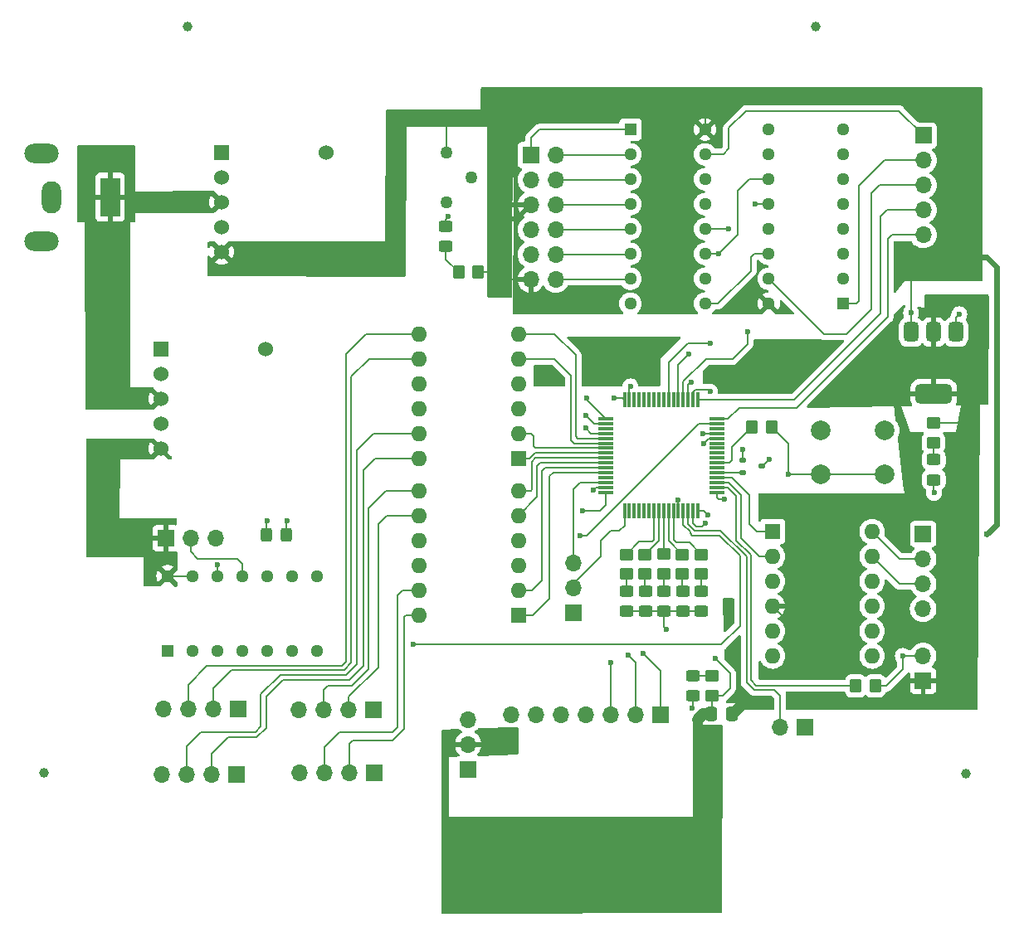
<source format=gbr>
%TF.GenerationSoftware,KiCad,Pcbnew,8.0.7*%
%TF.CreationDate,2025-03-12T15:09:51-04:00*%
%TF.ProjectId,skee-ball,736b6565-2d62-4616-9c6c-2e6b69636164,2*%
%TF.SameCoordinates,Original*%
%TF.FileFunction,Copper,L1,Top*%
%TF.FilePolarity,Positive*%
%FSLAX46Y46*%
G04 Gerber Fmt 4.6, Leading zero omitted, Abs format (unit mm)*
G04 Created by KiCad (PCBNEW 8.0.7) date 2025-03-12 15:09:51*
%MOMM*%
%LPD*%
G01*
G04 APERTURE LIST*
G04 Aperture macros list*
%AMRoundRect*
0 Rectangle with rounded corners*
0 $1 Rounding radius*
0 $2 $3 $4 $5 $6 $7 $8 $9 X,Y pos of 4 corners*
0 Add a 4 corners polygon primitive as box body*
4,1,4,$2,$3,$4,$5,$6,$7,$8,$9,$2,$3,0*
0 Add four circle primitives for the rounded corners*
1,1,$1+$1,$2,$3*
1,1,$1+$1,$4,$5*
1,1,$1+$1,$6,$7*
1,1,$1+$1,$8,$9*
0 Add four rect primitives between the rounded corners*
20,1,$1+$1,$2,$3,$4,$5,0*
20,1,$1+$1,$4,$5,$6,$7,0*
20,1,$1+$1,$6,$7,$8,$9,0*
20,1,$1+$1,$8,$9,$2,$3,0*%
G04 Aperture macros list end*
%TA.AperFunction,SMDPad,CuDef*%
%ADD10RoundRect,0.250000X0.350000X0.450000X-0.350000X0.450000X-0.350000X-0.450000X0.350000X-0.450000X0*%
%TD*%
%TA.AperFunction,ComponentPad*%
%ADD11R,1.700000X1.700000*%
%TD*%
%TA.AperFunction,ComponentPad*%
%ADD12O,1.700000X1.700000*%
%TD*%
%TA.AperFunction,ComponentPad*%
%ADD13C,2.000000*%
%TD*%
%TA.AperFunction,SMDPad,CuDef*%
%ADD14RoundRect,0.250000X0.450000X-0.325000X0.450000X0.325000X-0.450000X0.325000X-0.450000X-0.325000X0*%
%TD*%
%TA.AperFunction,SMDPad,CuDef*%
%ADD15RoundRect,0.112500X-0.237500X0.112500X-0.237500X-0.112500X0.237500X-0.112500X0.237500X0.112500X0*%
%TD*%
%TA.AperFunction,ComponentPad*%
%ADD16R,2.000000X4.000000*%
%TD*%
%TA.AperFunction,ComponentPad*%
%ADD17O,2.000000X3.300000*%
%TD*%
%TA.AperFunction,ComponentPad*%
%ADD18O,3.500000X2.000000*%
%TD*%
%TA.AperFunction,SMDPad,CuDef*%
%ADD19RoundRect,0.250000X0.337500X0.475000X-0.337500X0.475000X-0.337500X-0.475000X0.337500X-0.475000X0*%
%TD*%
%TA.AperFunction,SMDPad,CuDef*%
%ADD20RoundRect,0.250000X-0.450000X0.350000X-0.450000X-0.350000X0.450000X-0.350000X0.450000X0.350000X0*%
%TD*%
%TA.AperFunction,ComponentPad*%
%ADD21R,1.295400X1.295400*%
%TD*%
%TA.AperFunction,ComponentPad*%
%ADD22C,1.295400*%
%TD*%
%TA.AperFunction,SMDPad,CuDef*%
%ADD23RoundRect,0.250000X-0.450000X0.325000X-0.450000X-0.325000X0.450000X-0.325000X0.450000X0.325000X0*%
%TD*%
%TA.AperFunction,SMDPad,CuDef*%
%ADD24RoundRect,0.250000X-0.325000X-0.450000X0.325000X-0.450000X0.325000X0.450000X-0.325000X0.450000X0*%
%TD*%
%TA.AperFunction,SMDPad,CuDef*%
%ADD25RoundRect,0.250000X0.450000X-0.350000X0.450000X0.350000X-0.450000X0.350000X-0.450000X-0.350000X0*%
%TD*%
%TA.AperFunction,ComponentPad*%
%ADD26R,1.600000X1.600000*%
%TD*%
%TA.AperFunction,ComponentPad*%
%ADD27O,1.600000X1.600000*%
%TD*%
%TA.AperFunction,ComponentPad*%
%ADD28C,1.260000*%
%TD*%
%TA.AperFunction,SMDPad,CuDef*%
%ADD29RoundRect,0.375000X-0.375000X0.625000X-0.375000X-0.625000X0.375000X-0.625000X0.375000X0.625000X0*%
%TD*%
%TA.AperFunction,SMDPad,CuDef*%
%ADD30RoundRect,0.500000X-1.400000X0.500000X-1.400000X-0.500000X1.400000X-0.500000X1.400000X0.500000X0*%
%TD*%
%TA.AperFunction,SMDPad,CuDef*%
%ADD31RoundRect,0.075000X0.700000X0.075000X-0.700000X0.075000X-0.700000X-0.075000X0.700000X-0.075000X0*%
%TD*%
%TA.AperFunction,SMDPad,CuDef*%
%ADD32RoundRect,0.075000X0.075000X0.700000X-0.075000X0.700000X-0.075000X-0.700000X0.075000X-0.700000X0*%
%TD*%
%TA.AperFunction,ComponentPad*%
%ADD33R,1.530000X1.530000*%
%TD*%
%TA.AperFunction,ComponentPad*%
%ADD34C,1.530000*%
%TD*%
%TA.AperFunction,ViaPad*%
%ADD35C,0.600000*%
%TD*%
%TA.AperFunction,ViaPad*%
%ADD36C,1.000000*%
%TD*%
%TA.AperFunction,Conductor*%
%ADD37C,0.200000*%
%TD*%
%TA.AperFunction,Conductor*%
%ADD38C,1.200000*%
%TD*%
%TA.AperFunction,Conductor*%
%ADD39C,0.500000*%
%TD*%
%TA.AperFunction,Conductor*%
%ADD40C,0.600000*%
%TD*%
G04 APERTURE END LIST*
D10*
%TO.P,R12,1*%
%TO.N,Net-(C3-Pad2)*%
X146491200Y-69672200D03*
%TO.P,R12,2*%
%TO.N,NRST*%
X144491200Y-69672200D03*
%TD*%
D11*
%TO.P,J18,1,Pin_1*%
%TO.N,GND*%
X149883400Y-100330000D03*
D12*
%TO.P,J18,2,Pin_2*%
%TO.N,PWM_DC*%
X147343400Y-100330000D03*
%TD*%
D13*
%TO.P,SW1,1,1*%
%TO.N,GND*%
X151536400Y-70053200D03*
X158036400Y-70053200D03*
%TO.P,SW1,2,2*%
%TO.N,Net-(C3-Pad2)*%
X151536400Y-74553200D03*
X158036400Y-74553200D03*
%TD*%
D14*
%TO.P,D9,1,K*%
%TO.N,GND*%
X163040000Y-75075000D03*
%TO.P,D9,2,A*%
%TO.N,Net-(D9-A)*%
X163040000Y-73025000D03*
%TD*%
D15*
%TO.P,U11,1,V+*%
%TO.N,VDD*%
X143510000Y-73045800D03*
%TO.P,U11,2,CLOCK*%
%TO.N,EXTERNAL_CLK*%
X143510000Y-74345800D03*
%TO.P,U11,3,GND*%
%TO.N,GND*%
X145510000Y-73695800D03*
%TD*%
D16*
%TO.P,J4,1*%
%TO.N,+24V*%
X79000000Y-46228000D03*
D17*
%TO.P,J4,2*%
%TO.N,GND*%
X73000000Y-46228000D03*
D18*
%TO.P,J4,MP*%
%TO.N,N/C*%
X72000000Y-41728000D03*
X72000000Y-50728000D03*
%TD*%
D19*
%TO.P,FB1,1*%
%TO.N,VDD*%
X142437500Y-99010000D03*
%TO.P,FB1,2*%
%TO.N,VDDA*%
X140362500Y-99010000D03*
%TD*%
D11*
%TO.P,J27,1,Pin_1*%
%TO.N,+5V*%
X105968800Y-104978200D03*
D12*
%TO.P,J27,2,Pin_2*%
%TO.N,US_TRIG3_5*%
X103428800Y-104978200D03*
%TO.P,J27,3,Pin_3*%
%TO.N,US_ECHO3_5*%
X100888800Y-104978200D03*
%TO.P,J27,4,Pin_4*%
%TO.N,GND*%
X98348800Y-104978200D03*
%TD*%
D20*
%TO.P,R4,1*%
%TO.N,PB6*%
X137395000Y-82688000D03*
%TO.P,R4,2*%
%TO.N,Net-(D2-A)*%
X137395000Y-84688000D03*
%TD*%
D21*
%TO.P,U6,1,QB*%
%TO.N,NHD_DB0*%
X153822400Y-57099200D03*
D22*
%TO.P,U6,2,QC*%
%TO.N,unconnected-(U6-QC-Pad2)*%
X153822400Y-54559200D03*
%TO.P,U6,3,QD*%
%TO.N,unconnected-(U6-QD-Pad3)*%
X153822400Y-52019200D03*
%TO.P,U6,4,QE*%
%TO.N,unconnected-(U6-QE-Pad4)*%
X153822400Y-49479200D03*
%TO.P,U6,5,QF*%
%TO.N,unconnected-(U6-QF-Pad5)*%
X153822400Y-46939200D03*
%TO.P,U6,6,QG*%
%TO.N,unconnected-(U6-QG-Pad6)*%
X153822400Y-44399200D03*
%TO.P,U6,7,QH*%
%TO.N,unconnected-(U6-QH-Pad7)*%
X153822400Y-41859200D03*
%TO.P,U6,8,GND*%
%TO.N,GND*%
X153822400Y-39319200D03*
%TO.P,U6,9,QH'*%
%TO.N,unconnected-(U6-QH'-Pad9)*%
X146202400Y-39319200D03*
%TO.P,U6,10,~{SRCLR}*%
%TO.N,unconnected-(U6-~{SRCLR}-Pad10)*%
X146202400Y-41859200D03*
%TO.P,U6,11,SRCLK*%
%TO.N,SPI1-SCK*%
X146202400Y-44399200D03*
%TO.P,U6,12,RCLK*%
%TO.N,RCLK*%
X146202400Y-46939200D03*
%TO.P,U6,13,~{OE}*%
%TO.N,unconnected-(U6-~{OE}-Pad13)*%
X146202400Y-49479200D03*
%TO.P,U6,14,SER*%
%TO.N,SER-CHAIN*%
X146202400Y-52019200D03*
%TO.P,U6,15,QA*%
%TO.N,NHD_DB1*%
X146202400Y-54559200D03*
%TO.P,U6,16,VCC*%
%TO.N,+5V*%
X146202400Y-57099200D03*
%TD*%
D20*
%TO.P,R3,1*%
%TO.N,PB5*%
X135495000Y-82672000D03*
%TO.P,R3,2*%
%TO.N,Net-(D1-A)*%
X135495000Y-84672000D03*
%TD*%
D14*
%TO.P,D6,1,K*%
%TO.N,GND*%
X138440000Y-97155000D03*
%TO.P,D6,2,A*%
%TO.N,Net-(D6-A)*%
X138440000Y-95105000D03*
%TD*%
D23*
%TO.P,D7,1,K*%
%TO.N,GND*%
X113258600Y-49186700D03*
%TO.P,D7,2,A*%
%TO.N,Net-(D7-A)*%
X113258600Y-51236700D03*
%TD*%
D11*
%TO.P,J2,1,Pin_1*%
%TO.N,VDD*%
X161950400Y-95580200D03*
D12*
%TO.P,J2,2,Pin_2*%
%TO.N,Net-(J2-Pin_2)*%
X161950400Y-93040200D03*
%TD*%
D11*
%TO.P,J20,1,Pin_1*%
%TO.N,+6V*%
X84658200Y-81051400D03*
D12*
%TO.P,J20,2,Pin_2*%
%TO.N,PWM_SERVO_6*%
X87198200Y-81051400D03*
%TO.P,J20,3,Pin_3*%
%TO.N,GND*%
X89738200Y-81051400D03*
%TD*%
D24*
%TO.P,D8,1,K*%
%TO.N,GND*%
X94925400Y-80654600D03*
%TO.P,D8,2,A*%
%TO.N,Net-(D8-A)*%
X96975400Y-80654600D03*
%TD*%
D11*
%TO.P,J36,1,Pin_1*%
%TO.N,+5V*%
X161950400Y-80619600D03*
D12*
%TO.P,J36,2,Pin_2*%
%TO.N,US_TRIG4_5*%
X161950400Y-83159600D03*
%TO.P,J36,3,Pin_3*%
%TO.N,US_ECHO4_5*%
X161950400Y-85699600D03*
%TO.P,J36,4,Pin_4*%
%TO.N,GND*%
X161950400Y-88239600D03*
%TD*%
D25*
%TO.P,R8,1*%
%TO.N,VDDA*%
X140430000Y-97130000D03*
%TO.P,R8,2*%
%TO.N,Net-(D6-A)*%
X140430000Y-95130000D03*
%TD*%
D10*
%TO.P,R15,1*%
%TO.N,Net-(J2-Pin_2)*%
X157067000Y-96113600D03*
%TO.P,R15,2*%
%TO.N,BUTTON_IN*%
X155067000Y-96113600D03*
%TD*%
D26*
%TO.P,U9,1,LV4*%
%TO.N,US_TRIG4_3.3*%
X146583400Y-80369600D03*
D27*
%TO.P,U9,2,LV3*%
%TO.N,US_ECHO4_3.3*%
X146583400Y-82909600D03*
%TO.P,U9,3,GND*%
%TO.N,GND*%
X146583400Y-85449600D03*
%TO.P,U9,4,LV*%
%TO.N,VDD*%
X146583400Y-87989600D03*
%TO.P,U9,5,LV2*%
%TO.N,unconnected-(U9-LV2-Pad5)*%
X146583400Y-90529600D03*
%TO.P,U9,6,LV1*%
%TO.N,unconnected-(U9-LV1-Pad6)*%
X146583400Y-93069600D03*
%TO.P,U9,7,HV1*%
%TO.N,unconnected-(U9-HV1-Pad7)*%
X156743400Y-93069600D03*
%TO.P,U9,8,HV2*%
%TO.N,unconnected-(U9-HV2-Pad8)*%
X156743400Y-90529600D03*
%TO.P,U9,9,HV*%
%TO.N,+5V*%
X156743400Y-87989600D03*
%TO.P,U9,10,GND*%
%TO.N,GND*%
X156743400Y-85449600D03*
%TO.P,U9,11,HV3*%
%TO.N,US_ECHO4_5*%
X156743400Y-82909600D03*
%TO.P,U9,12,HV4*%
%TO.N,US_TRIG4_5*%
X156743400Y-80369600D03*
%TD*%
D28*
%TO.P,RV1,1,1*%
%TO.N,+5V*%
X113284000Y-41660000D03*
%TO.P,RV1,2,2*%
%TO.N,Net-(R13-Pad1)*%
X115824000Y-44200000D03*
%TO.P,RV1,3,3*%
%TO.N,GND*%
X113284000Y-46740000D03*
%TD*%
D20*
%TO.P,R6,1*%
%TO.N,PB3*%
X131645000Y-82688000D03*
%TO.P,R6,2*%
%TO.N,Net-(D4-A)*%
X131645000Y-84688000D03*
%TD*%
D14*
%TO.P,D2,1,K*%
%TO.N,GND*%
X137420000Y-88527500D03*
%TO.P,D2,2,A*%
%TO.N,Net-(D2-A)*%
X137420000Y-86477500D03*
%TD*%
%TO.P,D1,1,K*%
%TO.N,GND*%
X135520000Y-88527500D03*
%TO.P,D1,2,A*%
%TO.N,Net-(D1-A)*%
X135520000Y-86477500D03*
%TD*%
D11*
%TO.P,U2,1,LRCLK*%
%TO.N,SPI2-NSS(I2S_WS)*%
X135128000Y-99060000D03*
D12*
%TO.P,U2,2,BCLK*%
%TO.N,SPI2-SCK(I2S_CK)*%
X132588000Y-99060000D03*
%TO.P,U2,3,DIN*%
%TO.N,SPI2-MOSI(I2S_SD)*%
X130048000Y-99060000D03*
%TO.P,U2,4,GAIN_SLOT*%
%TO.N,GND*%
X127508000Y-99060000D03*
%TO.P,U2,5,NC*%
%TO.N,unconnected-(U2-NC-Pad5)*%
X124968000Y-99060000D03*
%TO.P,U2,6,GND*%
%TO.N,GND*%
X122428000Y-99060000D03*
%TO.P,U2,7,VDD*%
%TO.N,VDDA*%
X119888000Y-99060000D03*
%TD*%
D11*
%TO.P,J22,1,Pin_1*%
%TO.N,+5V*%
X91922600Y-105181400D03*
D12*
%TO.P,J22,2,Pin_2*%
%TO.N,US_TRIG1_5*%
X89382600Y-105181400D03*
%TO.P,J22,3,Pin_3*%
%TO.N,US_ECHO1_5*%
X86842600Y-105181400D03*
%TO.P,J22,4,Pin_4*%
%TO.N,GND*%
X84302600Y-105181400D03*
%TD*%
D29*
%TO.P,U13,1,GND*%
%TO.N,GND*%
X165317200Y-59994800D03*
%TO.P,U13,2,VO*%
%TO.N,VDD*%
X163017200Y-59994800D03*
D30*
X163017200Y-66294800D03*
D29*
%TO.P,U13,3,VI*%
%TO.N,+5V*%
X160717200Y-59994800D03*
%TD*%
D31*
%TO.P,U4,1,VBAT*%
%TO.N,VDD*%
X140901500Y-76345000D03*
%TO.P,U4,2,PC13*%
%TO.N,BUTTON_IN*%
X140901500Y-75845000D03*
%TO.P,U4,3,PC14*%
%TO.N,US_ECHO4_3.3*%
X140901500Y-75345000D03*
%TO.P,U4,4,PC15*%
%TO.N,US_TRIG4_3.3*%
X140901500Y-74845000D03*
%TO.P,U4,5,PF0*%
%TO.N,EXTERNAL_CLK*%
X140901500Y-74345000D03*
%TO.P,U4,6,PF1*%
%TO.N,unconnected-(U4-PF1-Pad6)*%
X140901500Y-73845000D03*
%TO.P,U4,7,NRST*%
%TO.N,NRST*%
X140901500Y-73345000D03*
%TO.P,U4,8,PC0*%
%TO.N,unconnected-(U4-PC0-Pad8)*%
X140901500Y-72845000D03*
%TO.P,U4,9,PC1*%
%TO.N,unconnected-(U4-PC1-Pad9)*%
X140901500Y-72345000D03*
%TO.P,U4,10,PC2*%
%TO.N,unconnected-(U4-PC2-Pad10)*%
X140901500Y-71845000D03*
%TO.P,U4,11,PC3*%
%TO.N,unconnected-(U4-PC3-Pad11)*%
X140901500Y-71345000D03*
%TO.P,U4,12,VSSA*%
%TO.N,GND*%
X140901500Y-70845000D03*
%TO.P,U4,13,VDDA*%
%TO.N,VDDA*%
X140901500Y-70345000D03*
%TO.P,U4,14,PA0*%
%TO.N,unconnected-(U4-PA0-Pad14)*%
X140901500Y-69845000D03*
%TO.P,U4,15,PA1*%
%TO.N,ADC_IN1*%
X140901500Y-69345000D03*
%TO.P,U4,16,PA2*%
%TO.N,NHD_E1*%
X140901500Y-68845000D03*
D32*
%TO.P,U4,17,PA3*%
%TO.N,NHD_E2*%
X138976500Y-66920000D03*
%TO.P,U4,18,VSS*%
%TO.N,GND*%
X138476500Y-66920000D03*
%TO.P,U4,19,VDD*%
%TO.N,VDD*%
X137976500Y-66920000D03*
%TO.P,U4,20,PA4*%
%TO.N,RCLK*%
X137476500Y-66920000D03*
%TO.P,U4,21,PA5*%
%TO.N,SPI1-SCK*%
X136976500Y-66920000D03*
%TO.P,U4,22,PA6*%
%TO.N,unconnected-(U4-PA6-Pad22)*%
X136476500Y-66920000D03*
%TO.P,U4,23,PA7*%
%TO.N,SPI1-MOSI*%
X135976500Y-66920000D03*
%TO.P,U4,24,PC4*%
%TO.N,unconnected-(U4-PC4-Pad24)*%
X135476500Y-66920000D03*
%TO.P,U4,25,PC5*%
%TO.N,unconnected-(U4-PC5-Pad25)*%
X134976500Y-66920000D03*
%TO.P,U4,26,PB0*%
%TO.N,unconnected-(U4-PB0-Pad26)*%
X134476500Y-66920000D03*
%TO.P,U4,27,PB1*%
%TO.N,unconnected-(U4-PB1-Pad27)*%
X133976500Y-66920000D03*
%TO.P,U4,28,PB2*%
%TO.N,unconnected-(U4-PB2-Pad28)*%
X133476500Y-66920000D03*
%TO.P,U4,29,PB10*%
%TO.N,unconnected-(U4-PB10-Pad29)*%
X132976500Y-66920000D03*
%TO.P,U4,30,PB11*%
%TO.N,unconnected-(U4-PB11-Pad30)*%
X132476500Y-66920000D03*
%TO.P,U4,31,VSS*%
%TO.N,GND*%
X131976500Y-66920000D03*
%TO.P,U4,32,VDD*%
%TO.N,VDD*%
X131476500Y-66920000D03*
D31*
%TO.P,U4,33,PB12*%
%TO.N,SPI2-NSS(I2S_WS)*%
X129551500Y-68845000D03*
%TO.P,U4,34,PB13*%
%TO.N,SPI2-SCK(I2S_CK)*%
X129551500Y-69345000D03*
%TO.P,U4,35,PB14*%
%TO.N,unconnected-(U4-PB14-Pad35)*%
X129551500Y-69845000D03*
%TO.P,U4,36,PB15*%
%TO.N,SPI2-MOSI(I2S_SD)*%
X129551500Y-70345000D03*
%TO.P,U4,37,PC6*%
%TO.N,US_ECHO0_3.3*%
X129551500Y-70845000D03*
%TO.P,U4,38,PC7*%
%TO.N,US_TRIG0_3.3*%
X129551500Y-71345000D03*
%TO.P,U4,39,PC8*%
%TO.N,US_ECHO1_3.3*%
X129551500Y-71845000D03*
%TO.P,U4,40,PC9*%
%TO.N,US_TRIG1_3.3*%
X129551500Y-72345000D03*
%TO.P,U4,41,PA8*%
%TO.N,US_ECHO2_3.3*%
X129551500Y-72845000D03*
%TO.P,U4,42,PA9*%
%TO.N,US_TRIG2_3.3*%
X129551500Y-73345000D03*
%TO.P,U4,43,PA10*%
%TO.N,US_ECHO3_3.3*%
X129551500Y-73845000D03*
%TO.P,U4,44,PA11*%
%TO.N,US_TRIG3_3.3*%
X129551500Y-74345000D03*
%TO.P,U4,45,PA12*%
%TO.N,unconnected-(U4-PA12-Pad45)*%
X129551500Y-74845000D03*
%TO.P,U4,46,PA13*%
%TO.N,SWDIO*%
X129551500Y-75345000D03*
%TO.P,U4,47,VSS*%
%TO.N,GND*%
X129551500Y-75845000D03*
%TO.P,U4,48,VDDIO2*%
%TO.N,VDD*%
X129551500Y-76345000D03*
D32*
%TO.P,U4,49,PA14*%
%TO.N,SWCLK*%
X131476500Y-78270000D03*
%TO.P,U4,50,PA15*%
%TO.N,unconnected-(U4-PA15-Pad50)*%
X131976500Y-78270000D03*
%TO.P,U4,51,PC10*%
%TO.N,unconnected-(U4-PC10-Pad51)*%
X132476500Y-78270000D03*
%TO.P,U4,52,PC11*%
%TO.N,unconnected-(U4-PC11-Pad52)*%
X132976500Y-78270000D03*
%TO.P,U4,53,PC12*%
%TO.N,unconnected-(U4-PC12-Pad53)*%
X133476500Y-78270000D03*
%TO.P,U4,54,PD2*%
%TO.N,unconnected-(U4-PD2-Pad54)*%
X133976500Y-78270000D03*
%TO.P,U4,55,PB3*%
%TO.N,PB3*%
X134476500Y-78270000D03*
%TO.P,U4,56,PB4*%
%TO.N,PB4*%
X134976500Y-78270000D03*
%TO.P,U4,57,PB5*%
%TO.N,PB5*%
X135476500Y-78270000D03*
%TO.P,U4,58,PB6*%
%TO.N,PB6*%
X135976500Y-78270000D03*
%TO.P,U4,59,PB7*%
%TO.N,PB7*%
X136476500Y-78270000D03*
%TO.P,U4,60,PF11*%
%TO.N,/BOOT0*%
X136976500Y-78270000D03*
%TO.P,U4,61,PB8*%
%TO.N,PWM_SERVO_3.3*%
X137476500Y-78270000D03*
%TO.P,U4,62,PB9*%
%TO.N,PWM_DC*%
X137976500Y-78270000D03*
%TO.P,U4,63,VSS*%
%TO.N,GND*%
X138476500Y-78270000D03*
%TO.P,U4,64,VDD*%
%TO.N,VDD*%
X138976500Y-78270000D03*
%TD*%
D20*
%TO.P,R5,1*%
%TO.N,PB7*%
X139320000Y-82690000D03*
%TO.P,R5,2*%
%TO.N,Net-(D3-A)*%
X139320000Y-84690000D03*
%TD*%
D21*
%TO.P,U5,1,QB*%
%TO.N,NHD_RW*%
X132080000Y-39319200D03*
D22*
%TO.P,U5,2,QC*%
%TO.N,NHD_DB7*%
X132080000Y-41859200D03*
%TO.P,U5,3,QD*%
%TO.N,NHD_DB6*%
X132080000Y-44399200D03*
%TO.P,U5,4,QE*%
%TO.N,NHD_DB5*%
X132080000Y-46939200D03*
%TO.P,U5,5,QF*%
%TO.N,NHD_DB4*%
X132080000Y-49479200D03*
%TO.P,U5,6,QG*%
%TO.N,NHD_DB3*%
X132080000Y-52019200D03*
%TO.P,U5,7,QH*%
%TO.N,NHD_DB2*%
X132080000Y-54559200D03*
%TO.P,U5,8,GND*%
%TO.N,GND*%
X132080000Y-57099200D03*
%TO.P,U5,9,QH'*%
%TO.N,SER-CHAIN*%
X139700000Y-57099200D03*
%TO.P,U5,10,~{SRCLR}*%
%TO.N,unconnected-(U5-~{SRCLR}-Pad10)*%
X139700000Y-54559200D03*
%TO.P,U5,11,SRCLK*%
%TO.N,SPI1-SCK*%
X139700000Y-52019200D03*
%TO.P,U5,12,RCLK*%
%TO.N,RCLK*%
X139700000Y-49479200D03*
%TO.P,U5,13,~{OE}*%
%TO.N,unconnected-(U5-~{OE}-Pad13)*%
X139700000Y-46939200D03*
%TO.P,U5,14,SER*%
%TO.N,SPI1-MOSI*%
X139700000Y-44399200D03*
%TO.P,U5,15,QA*%
%TO.N,NHD_RS*%
X139700000Y-41859200D03*
%TO.P,U5,16,VCC*%
%TO.N,+5V*%
X139700000Y-39319200D03*
%TD*%
D11*
%TO.P,J26,1,Pin_1*%
%TO.N,+5V*%
X105892600Y-98552000D03*
D12*
%TO.P,J26,2,Pin_2*%
%TO.N,US_TRIG2_5*%
X103352600Y-98552000D03*
%TO.P,J26,3,Pin_3*%
%TO.N,US_ECHO2_5*%
X100812600Y-98552000D03*
%TO.P,J26,4,Pin_4*%
%TO.N,GND*%
X98272600Y-98552000D03*
%TD*%
D11*
%TO.P,J21,1,Pin_1*%
%TO.N,+5V*%
X92024200Y-98475800D03*
D12*
%TO.P,J21,2,Pin_2*%
%TO.N,US_TRIG0_5*%
X89484200Y-98475800D03*
%TO.P,J21,3,Pin_3*%
%TO.N,US_ECHO0_5*%
X86944200Y-98475800D03*
%TO.P,J21,4,Pin_4*%
%TO.N,GND*%
X84404200Y-98475800D03*
%TD*%
D10*
%TO.P,R9,1*%
%TO.N,+5V*%
X116560000Y-53860000D03*
%TO.P,R9,2*%
%TO.N,Net-(D7-A)*%
X114560000Y-53860000D03*
%TD*%
D11*
%TO.P,J19,1,Pin_1*%
%TO.N,GND*%
X115540000Y-104630000D03*
D12*
%TO.P,J19,2,Pin_2*%
%TO.N,VDDA*%
X115540000Y-102090000D03*
%TO.P,J19,3,Pin_3*%
%TO.N,Net-(J19-Pin_3)*%
X115540000Y-99550000D03*
%TD*%
D11*
%TO.P,J5,1,Pin_1*%
%TO.N,NHD_RS*%
X161975800Y-39925000D03*
D12*
%TO.P,J5,2,Pin_2*%
%TO.N,NHD_DB0*%
X161975800Y-42465000D03*
%TO.P,J5,3,Pin_3*%
%TO.N,NHD_DB1*%
X161975800Y-45005000D03*
%TO.P,J5,4,Pin_4*%
%TO.N,NHD_E2*%
X161975800Y-47545000D03*
%TO.P,J5,5,Pin_5*%
%TO.N,NHD_E1*%
X161975800Y-50085000D03*
%TD*%
D33*
%TO.P,U1,1,PG*%
%TO.N,unconnected-(U1-PG-Pad1)*%
X84158500Y-61720900D03*
D34*
%TO.P,U1,2,EN*%
%TO.N,unconnected-(U1-EN-Pad2)*%
X84158500Y-64260900D03*
%TO.P,U1,3,VIN*%
%TO.N,+24V*%
X84158500Y-66800900D03*
%TO.P,U1,4,GND*%
%TO.N,GND*%
X84158500Y-69340900D03*
%TO.P,U1,5,VOUT*%
%TO.N,+6V*%
X84158500Y-71880900D03*
%TO.P,U1,6,GND*%
%TO.N,GND*%
X94848500Y-61720900D03*
%TD*%
D20*
%TO.P,R11,1*%
%TO.N,VDD*%
X163000000Y-69270000D03*
%TO.P,R11,2*%
%TO.N,Net-(D9-A)*%
X163000000Y-71270000D03*
%TD*%
D14*
%TO.P,D4,1,K*%
%TO.N,GND*%
X131668200Y-88527500D03*
%TO.P,D4,2,A*%
%TO.N,Net-(D4-A)*%
X131668200Y-86477500D03*
%TD*%
D20*
%TO.P,R7,1*%
%TO.N,PB4*%
X133579000Y-82688000D03*
%TO.P,R7,2*%
%TO.N,Net-(D5-A)*%
X133579000Y-84688000D03*
%TD*%
D26*
%TO.P,U10,1,LV4*%
%TO.N,US_TRIG3_3.3*%
X120650000Y-88900000D03*
D27*
%TO.P,U10,2,LV3*%
%TO.N,US_ECHO3_3.3*%
X120650000Y-86360000D03*
%TO.P,U10,3,GND*%
%TO.N,GND*%
X120650000Y-83820000D03*
%TO.P,U10,4,LV*%
%TO.N,VDD*%
X120650000Y-81280000D03*
%TO.P,U10,5,LV2*%
%TO.N,US_TRIG2_3.3*%
X120650000Y-78740000D03*
%TO.P,U10,6,LV1*%
%TO.N,US_ECHO2_3.3*%
X120650000Y-76200000D03*
%TO.P,U10,7,HV1*%
%TO.N,US_ECHO2_5*%
X110490000Y-76200000D03*
%TO.P,U10,8,HV2*%
%TO.N,US_TRIG2_5*%
X110490000Y-78740000D03*
%TO.P,U10,9,HV*%
%TO.N,+5V*%
X110490000Y-81280000D03*
%TO.P,U10,10,GND*%
%TO.N,GND*%
X110490000Y-83820000D03*
%TO.P,U10,11,HV3*%
%TO.N,US_ECHO3_5*%
X110490000Y-86360000D03*
%TO.P,U10,12,HV4*%
%TO.N,US_TRIG3_5*%
X110490000Y-88900000D03*
%TD*%
D26*
%TO.P,U8,1,LV4*%
%TO.N,US_TRIG1_3.3*%
X120650000Y-72898000D03*
D27*
%TO.P,U8,2,LV3*%
%TO.N,US_ECHO1_3.3*%
X120650000Y-70358000D03*
%TO.P,U8,3,GND*%
%TO.N,GND*%
X120650000Y-67818000D03*
%TO.P,U8,4,LV*%
%TO.N,VDD*%
X120650000Y-65278000D03*
%TO.P,U8,5,LV2*%
%TO.N,US_TRIG0_3.3*%
X120650000Y-62738000D03*
%TO.P,U8,6,LV1*%
%TO.N,US_ECHO0_3.3*%
X120650000Y-60198000D03*
%TO.P,U8,7,HV1*%
%TO.N,US_ECHO0_5*%
X110490000Y-60198000D03*
%TO.P,U8,8,HV2*%
%TO.N,US_TRIG0_5*%
X110490000Y-62738000D03*
%TO.P,U8,9,HV*%
%TO.N,+5V*%
X110490000Y-65278000D03*
%TO.P,U8,10,GND*%
%TO.N,GND*%
X110490000Y-67818000D03*
%TO.P,U8,11,HV3*%
%TO.N,US_ECHO1_5*%
X110490000Y-70358000D03*
%TO.P,U8,12,HV4*%
%TO.N,US_TRIG1_5*%
X110490000Y-72898000D03*
%TD*%
D14*
%TO.P,D5,1,K*%
%TO.N,GND*%
X133620000Y-88527500D03*
%TO.P,D5,2,A*%
%TO.N,Net-(D5-A)*%
X133620000Y-86477500D03*
%TD*%
D11*
%TO.P,J13,1,Pin_1*%
%TO.N,GND*%
X126238000Y-88631000D03*
D12*
%TO.P,J13,2,Pin_2*%
%TO.N,SWCLK*%
X126238000Y-86091000D03*
%TO.P,J13,3,Pin_3*%
%TO.N,SWDIO*%
X126238000Y-83551000D03*
%TD*%
D21*
%TO.P,U7,1*%
%TO.N,GND*%
X84861400Y-92532200D03*
D22*
%TO.P,U7,2*%
X87401400Y-92532200D03*
%TO.P,U7,3*%
%TO.N,unconnected-(U7-Pad3)*%
X89941400Y-92532200D03*
%TO.P,U7,4*%
%TO.N,GND*%
X92481400Y-92532200D03*
%TO.P,U7,5*%
X95021400Y-92532200D03*
%TO.P,U7,6*%
%TO.N,unconnected-(U7-Pad6)*%
X97561400Y-92532200D03*
%TO.P,U7,7,GND*%
%TO.N,GND*%
X100101400Y-92532200D03*
%TO.P,U7,8*%
%TO.N,unconnected-(U7-Pad8)*%
X100101400Y-84912200D03*
%TO.P,U7,9*%
%TO.N,GND*%
X97561400Y-84912200D03*
%TO.P,U7,10*%
X95021400Y-84912200D03*
%TO.P,U7,11*%
%TO.N,PWM_SERVO_6*%
X92481400Y-84912200D03*
%TO.P,U7,12*%
%TO.N,PWM_SERVO_3.3*%
X89941400Y-84912200D03*
%TO.P,U7,13*%
%TO.N,+6V*%
X87401400Y-84912200D03*
%TO.P,U7,14,VCC*%
X84861400Y-84912200D03*
%TD*%
D14*
%TO.P,D3,1,K*%
%TO.N,GND*%
X139345000Y-88527500D03*
%TO.P,D3,2,A*%
%TO.N,Net-(D3-A)*%
X139345000Y-86477500D03*
%TD*%
D11*
%TO.P,J3,1,Pin_1*%
%TO.N,NHD_RW*%
X121920000Y-41910000D03*
D12*
%TO.P,J3,2,Pin_2*%
%TO.N,NHD_DB7*%
X124460000Y-41910000D03*
%TO.P,J3,3,Pin_3*%
%TO.N,NHD_V0*%
X121920000Y-44450000D03*
%TO.P,J3,4,Pin_4*%
%TO.N,NHD_DB6*%
X124460000Y-44450000D03*
%TO.P,J3,5,Pin_5*%
%TO.N,+5V*%
X121920000Y-46990000D03*
%TO.P,J3,6,Pin_6*%
%TO.N,NHD_DB5*%
X124460000Y-46990000D03*
%TO.P,J3,7,Pin_7*%
%TO.N,GND*%
X121920000Y-49530000D03*
%TO.P,J3,8,Pin_8*%
%TO.N,NHD_DB4*%
X124460000Y-49530000D03*
%TO.P,J3,9,Pin_9*%
%TO.N,GND*%
X121920000Y-52070000D03*
%TO.P,J3,10,Pin_10*%
%TO.N,NHD_DB3*%
X124460000Y-52070000D03*
%TO.P,J3,11,Pin_11*%
%TO.N,+5V*%
X121920000Y-54610000D03*
%TO.P,J3,12,Pin_12*%
%TO.N,NHD_DB2*%
X124460000Y-54610000D03*
%TD*%
D33*
%TO.P,U3,1,PG*%
%TO.N,unconnected-(U3-PG-Pad1)*%
X90370000Y-41646000D03*
D34*
%TO.P,U3,2,EN*%
%TO.N,unconnected-(U3-EN-Pad2)*%
X90370000Y-44186000D03*
%TO.P,U3,3,VIN*%
%TO.N,+24V*%
X90370000Y-46726000D03*
%TO.P,U3,4,GND*%
%TO.N,GND*%
X90370000Y-49266000D03*
%TO.P,U3,5,VOUT*%
%TO.N,+5V*%
X90370000Y-51806000D03*
%TO.P,U3,6,GND*%
%TO.N,GND*%
X101060000Y-41646000D03*
%TD*%
D35*
%TO.N,SPI2-NSS(I2S_WS)*%
X127609600Y-66700400D03*
X133360000Y-92800000D03*
%TO.N,VDD*%
X141650000Y-77090000D03*
X145750000Y-77540000D03*
X127190000Y-78240000D03*
X138300000Y-65100000D03*
X150876000Y-77876400D03*
X134874000Y-64008000D03*
X139979400Y-78663800D03*
X154178000Y-66294000D03*
X149352000Y-63246000D03*
X149160000Y-97840000D03*
X143256000Y-63754000D03*
X142110000Y-89870000D03*
X142600000Y-92250000D03*
X145940000Y-97820000D03*
X124260000Y-65200000D03*
X143510000Y-72009000D03*
X127650000Y-65170000D03*
X166270000Y-68750000D03*
X130380000Y-66720000D03*
X142140000Y-87940000D03*
%TO.N,GND*%
X140210000Y-66060000D03*
X132080000Y-65532000D03*
X135750000Y-90340000D03*
D36*
X150980000Y-28820000D03*
X72270000Y-105020000D03*
D35*
X139700000Y-79502000D03*
X113520000Y-48220000D03*
D36*
X86900000Y-28820000D03*
D35*
X95040000Y-79240000D03*
X139573000Y-71374000D03*
X146253200Y-72974200D03*
X128290000Y-76100000D03*
D36*
X166290000Y-105120000D03*
D35*
X138380000Y-98390000D03*
X165640000Y-58160000D03*
X163060000Y-76420000D03*
%TO.N,SPI2-SCK(I2S_CK)*%
X127558800Y-68503800D03*
X131826000Y-92964000D03*
%TO.N,SPI2-MOSI(I2S_SD)*%
X130048000Y-93726000D03*
X127508000Y-69799200D03*
%TO.N,SPI1-SCK*%
X141097000Y-52019200D03*
X138000000Y-62230000D03*
%TO.N,SPI1-MOSI*%
X140208000Y-61137800D03*
%TO.N,RCLK*%
X144805400Y-46939200D03*
X142062200Y-49479200D03*
X144018000Y-59944000D03*
%TO.N,PWM_SERVO_3.3*%
X109931200Y-91897200D03*
X89941400Y-83769200D03*
%TO.N,+5V*%
X90320000Y-53780000D03*
X118872000Y-55626000D03*
X160720000Y-58040000D03*
X168470000Y-80650000D03*
%TO.N,Net-(D8-A)*%
X97040000Y-79260000D03*
%TO.N,ADC_IN1*%
X126960000Y-80770000D03*
%TO.N,VDDA*%
X139496800Y-70332600D03*
X113284000Y-102108000D03*
X140720000Y-93330000D03*
X118364000Y-102108000D03*
%TO.N,Net-(C3-Pad2)*%
X148183600Y-74553200D03*
%TO.N,Net-(J2-Pin_2)*%
X159867600Y-93040200D03*
%TO.N,/BOOT0*%
X136976500Y-77165200D03*
%TD*%
D37*
%TO.N,SPI2-NSS(I2S_WS)*%
X135128000Y-99060000D02*
X135128000Y-94568000D01*
X127609600Y-66700400D02*
X127609600Y-66903100D01*
X127609600Y-66903100D02*
X129551500Y-68845000D01*
X135128000Y-94568000D02*
X133360000Y-92800000D01*
%TO.N,VDD*%
X127190000Y-78240000D02*
X127210000Y-78220000D01*
X140901500Y-76891500D02*
X141100000Y-77090000D01*
X138976500Y-78270000D02*
X139585600Y-78270000D01*
X137976500Y-65343500D02*
X138220000Y-65100000D01*
X131476500Y-66920000D02*
X131286500Y-66730000D01*
X137976500Y-66920000D02*
X137976500Y-65343500D01*
X163000000Y-69270000D02*
X165750000Y-69270000D01*
X142437500Y-99010000D02*
X142530000Y-99010000D01*
X143510000Y-73045800D02*
X143510000Y-72009000D01*
X141100000Y-77090000D02*
X141650000Y-77090000D01*
X163017200Y-59994800D02*
X163017200Y-58322800D01*
X139585600Y-78270000D02*
X139979400Y-78663800D01*
D38*
X142530000Y-99010000D02*
X143740000Y-97800000D01*
D37*
X138300000Y-65100000D02*
X138300000Y-65020000D01*
X129551500Y-76345000D02*
X129551500Y-77658500D01*
X129551500Y-77658500D02*
X128990000Y-78220000D01*
X130380000Y-66720000D02*
X130370000Y-66730000D01*
X163017200Y-58322800D02*
X163030000Y-58310000D01*
X146583400Y-87989600D02*
X147613800Y-89020000D01*
X138300000Y-65020000D02*
X138250000Y-65070000D01*
X138220000Y-65100000D02*
X138300000Y-65100000D01*
X131286500Y-66730000D02*
X130380000Y-66720000D01*
X140901500Y-76345000D02*
X140901500Y-76891500D01*
X165750000Y-69270000D02*
X166270000Y-68750000D01*
X127210000Y-78220000D02*
X127230000Y-78220000D01*
X128990000Y-78220000D02*
X127250000Y-78220000D01*
X127250000Y-78220000D02*
X127190000Y-78240000D01*
X147613800Y-89020000D02*
X148370000Y-89020000D01*
%TO.N,GND*%
X165317200Y-59994800D02*
X165317200Y-58482800D01*
X139573000Y-71366090D02*
X139573000Y-71374000D01*
X163040000Y-76400000D02*
X163060000Y-76420000D01*
X129551500Y-75845000D02*
X128545000Y-75845000D01*
X145531600Y-73695800D02*
X146253200Y-72974200D01*
X139345000Y-88527500D02*
X137420000Y-88527500D01*
X113258600Y-48481400D02*
X113520000Y-48220000D01*
X138440000Y-97155000D02*
X138440000Y-98330000D01*
X131976500Y-66920000D02*
X131976500Y-65635500D01*
X138476500Y-66112590D02*
X138744090Y-65845000D01*
X139995000Y-65845000D02*
X140210000Y-66060000D01*
X137420000Y-88527500D02*
X135520000Y-88527500D01*
X140901500Y-70845000D02*
X140094090Y-70845000D01*
X94925400Y-80654600D02*
X94925400Y-79354600D01*
X94925400Y-79354600D02*
X95040000Y-79240000D01*
X138440000Y-98330000D02*
X138380000Y-98390000D01*
X135520000Y-88527500D02*
X133620000Y-88527500D01*
X135520000Y-90110000D02*
X135750000Y-90340000D01*
X140094090Y-70845000D02*
X139573000Y-71366090D01*
X138476500Y-78270000D02*
X138476500Y-79490814D01*
X138476500Y-79490814D02*
X138824286Y-79838600D01*
X131976500Y-65635500D02*
X132080000Y-65532000D01*
X139363400Y-79838600D02*
X139700000Y-79502000D01*
X138476500Y-66920000D02*
X138476500Y-66112590D01*
X165317200Y-58482800D02*
X165640000Y-58160000D01*
X131976500Y-66920000D02*
X132026500Y-66870000D01*
X128545000Y-75845000D02*
X128290000Y-76100000D01*
X113258600Y-49186700D02*
X113258600Y-48481400D01*
X135520000Y-88527500D02*
X135520000Y-90110000D01*
X145510000Y-73695800D02*
X145531600Y-73695800D01*
X163040000Y-75075000D02*
X163040000Y-76400000D01*
X138744090Y-65845000D02*
X139995000Y-65845000D01*
X131668200Y-88527500D02*
X133620000Y-88527500D01*
X138824286Y-79838600D02*
X139363400Y-79838600D01*
%TO.N,SPI2-SCK(I2S_CK)*%
X128400000Y-69345000D02*
X129551500Y-69345000D01*
X132588000Y-99060000D02*
X132588000Y-93726000D01*
X132588000Y-93726000D02*
X131826000Y-92964000D01*
X127558800Y-68503800D02*
X128400000Y-69345000D01*
%TO.N,SPI2-MOSI(I2S_SD)*%
X127508000Y-69799200D02*
X128053800Y-70345000D01*
X128053800Y-70345000D02*
X129551500Y-70345000D01*
X130048000Y-99060000D02*
X130048000Y-93726000D01*
%TO.N,PWM_SERVO_6*%
X87198200Y-82397600D02*
X87198200Y-81051400D01*
X91973400Y-83134200D02*
X87934800Y-83134200D01*
X87934800Y-83134200D02*
X87198200Y-82397600D01*
X92481400Y-83642200D02*
X91973400Y-83134200D01*
X92481400Y-84912200D02*
X92481400Y-83642200D01*
%TO.N,US_TRIG0_5*%
X91370200Y-94507000D02*
X102876400Y-94507000D01*
X103606600Y-93776800D02*
X103606600Y-64541400D01*
X103606600Y-64541400D02*
X105410000Y-62738000D01*
X102876400Y-94507000D02*
X103606600Y-93776800D01*
X105410000Y-62738000D02*
X110490000Y-62738000D01*
X89484200Y-96393000D02*
X91370200Y-94507000D01*
X89484200Y-98475800D02*
X89484200Y-96393000D01*
%TO.N,NRST*%
X142443200Y-71720200D02*
X142443200Y-73050400D01*
X144491200Y-69672200D02*
X142443200Y-71720200D01*
X142443200Y-73050400D02*
X142148600Y-73345000D01*
X142148600Y-73345000D02*
X140901500Y-73345000D01*
%TO.N,US_ECHO0_5*%
X103073200Y-62255400D02*
X105130600Y-60198000D01*
X86944200Y-95986600D02*
X88823800Y-94107000D01*
X86944200Y-98475800D02*
X86944200Y-95986600D01*
X102641400Y-94107000D02*
X103073200Y-93675200D01*
X103073200Y-93675200D02*
X103073200Y-62255400D01*
X105130600Y-60198000D02*
X110490000Y-60198000D01*
X88823800Y-94107000D02*
X102641400Y-94107000D01*
%TO.N,PB4*%
X134976500Y-78270000D02*
X134976500Y-81290500D01*
X134976500Y-81290500D02*
X133579000Y-82688000D01*
%TO.N,SPI1-SCK*%
X136976500Y-63226300D02*
X136982200Y-63220600D01*
X137013700Y-63226300D02*
X138000000Y-62240000D01*
X144195800Y-44399200D02*
X146202400Y-44399200D01*
X141097000Y-52019200D02*
X143052800Y-50063400D01*
X143052800Y-45542200D02*
X144195800Y-44399200D01*
X143052800Y-50063400D02*
X143052800Y-45542200D01*
X136976500Y-63226300D02*
X137013700Y-63226300D01*
X136976500Y-63226300D02*
X136976500Y-66920000D01*
X138010000Y-62230000D02*
X138010000Y-62230000D01*
X138000000Y-62240000D02*
X138000000Y-62230000D01*
X139700000Y-52019200D02*
X141097000Y-52019200D01*
X138000000Y-62230000D02*
X138010000Y-62230000D01*
%TO.N,US_TRIG1_5*%
X89382600Y-103073200D02*
X91059000Y-101396800D01*
X103378000Y-95554800D02*
X104825800Y-94107000D01*
X104825800Y-94107000D02*
X104825800Y-74091800D01*
X104825800Y-74091800D02*
X106019600Y-72898000D01*
X106019600Y-72898000D02*
X110490000Y-72898000D01*
X93954600Y-101396800D02*
X94945200Y-100406200D01*
X94945200Y-97205800D02*
X96596200Y-95554800D01*
X96596200Y-95554800D02*
X103378000Y-95554800D01*
X94945200Y-100406200D02*
X94945200Y-97205800D01*
X89382600Y-105181400D02*
X89382600Y-103073200D01*
X91059000Y-101396800D02*
X93954600Y-101396800D01*
%TO.N,US_ECHO1_5*%
X103073200Y-94996000D02*
X104140000Y-93929200D01*
X105867200Y-70358000D02*
X110490000Y-70358000D01*
X86817200Y-102285800D02*
X88290400Y-100812600D01*
X94386400Y-100253800D02*
X94386400Y-96977200D01*
X86842600Y-102311200D02*
X86817200Y-102285800D01*
X88290400Y-100812600D02*
X93827600Y-100812600D01*
X96367600Y-94996000D02*
X103073200Y-94996000D01*
X93827600Y-100812600D02*
X94386400Y-100253800D01*
X104140000Y-93929200D02*
X104140000Y-72085200D01*
X94386400Y-96977200D02*
X96367600Y-94996000D01*
X86842600Y-105181400D02*
X86842600Y-102311200D01*
X104140000Y-72085200D02*
X105867200Y-70358000D01*
%TO.N,US_TRIG2_5*%
X103352600Y-97231200D02*
X106349800Y-94234000D01*
X106349800Y-94234000D02*
X106349800Y-79629000D01*
X103352600Y-98552000D02*
X103352600Y-97231200D01*
X107238800Y-78740000D02*
X110490000Y-78740000D01*
X106349800Y-79629000D02*
X107238800Y-78740000D01*
%TO.N,PB3*%
X134476500Y-78270000D02*
X134476500Y-81203500D01*
X134290000Y-81390000D02*
X132943000Y-81390000D01*
X134476500Y-81203500D02*
X134290000Y-81390000D01*
X132943000Y-81390000D02*
X131645000Y-82688000D01*
%TO.N,PB5*%
X135476500Y-82653500D02*
X135495000Y-82672000D01*
X135476500Y-78270000D02*
X135476500Y-82653500D01*
%TO.N,SPI1-MOSI*%
X137947400Y-61137800D02*
X135976500Y-63108700D01*
X140208000Y-61137800D02*
X137947400Y-61137800D01*
X135976500Y-63108700D02*
X135976500Y-66920000D01*
%TO.N,US_ECHO2_5*%
X107111800Y-76200000D02*
X110490000Y-76200000D01*
X103657400Y-96113600D02*
X105359200Y-94411800D01*
X105359200Y-77952600D02*
X107111800Y-76200000D01*
X105359200Y-94411800D02*
X105359200Y-77952600D01*
X101219000Y-96113600D02*
X103657400Y-96113600D01*
X100812600Y-98552000D02*
X100812600Y-96520000D01*
X100812600Y-96520000D02*
X101219000Y-96113600D01*
%TO.N,SWCLK*%
X129032000Y-81280000D02*
X130048000Y-80264000D01*
X126238000Y-86091000D02*
X126238000Y-85730256D01*
X129032000Y-82936256D02*
X129032000Y-81280000D01*
X131476500Y-79724500D02*
X131476500Y-78270000D01*
X130937000Y-80264000D02*
X131476500Y-79724500D01*
X130048000Y-80264000D02*
X130937000Y-80264000D01*
X126238000Y-85730256D02*
X129032000Y-82936256D01*
%TO.N,US_TRIG3_5*%
X103428800Y-102006400D02*
X103759000Y-101676200D01*
X103428800Y-104978200D02*
X103428800Y-102006400D01*
X109016800Y-100507800D02*
X109016800Y-89052400D01*
X103759000Y-101676200D02*
X107848400Y-101676200D01*
X109016800Y-89052400D02*
X109169200Y-88900000D01*
X107848400Y-101676200D02*
X109016800Y-100507800D01*
X109169200Y-88900000D02*
X110490000Y-88900000D01*
%TO.N,BUTTON_IN*%
X144348200Y-82727800D02*
X142900400Y-81280000D01*
X144348200Y-95529400D02*
X144348200Y-82727800D01*
X155067000Y-96113600D02*
X144932400Y-96113600D01*
X142030514Y-75845000D02*
X140901500Y-75845000D01*
X142900400Y-76714886D02*
X142030514Y-75845000D01*
X142900400Y-81280000D02*
X142900400Y-76714886D01*
X144932400Y-96113600D02*
X144348200Y-95529400D01*
%TO.N,US_ECHO3_5*%
X108864400Y-86360000D02*
X110490000Y-86360000D01*
X102387400Y-100838000D02*
X107823000Y-100838000D01*
X107823000Y-100838000D02*
X108305600Y-100355400D01*
X108305600Y-86918800D02*
X108864400Y-86360000D01*
X100888800Y-102336600D02*
X102387400Y-100838000D01*
X100888800Y-104978200D02*
X100888800Y-102336600D01*
X108305600Y-100355400D02*
X108305600Y-86918800D01*
%TO.N,SWDIO*%
X126966000Y-75345000D02*
X129551500Y-75345000D01*
X126238000Y-76073000D02*
X126966000Y-75345000D01*
X126238000Y-83551000D02*
X126238000Y-76073000D01*
%TO.N,US_TRIG4_5*%
X161950400Y-83159600D02*
X159533400Y-83159600D01*
X159533400Y-83159600D02*
X156743400Y-80369600D01*
%TO.N,RCLK*%
X139700000Y-49479200D02*
X141198600Y-49479200D01*
X144018000Y-61214000D02*
X144018000Y-59944000D01*
X142494000Y-62738000D02*
X144018000Y-61214000D01*
X146202400Y-46939200D02*
X144805400Y-46939200D01*
X139813471Y-62738000D02*
X142494000Y-62738000D01*
X137476500Y-66920000D02*
X137476500Y-65074971D01*
X137476500Y-65074971D02*
X139813471Y-62738000D01*
X141198600Y-49479200D02*
X142062200Y-49479200D01*
%TO.N,PWM_SERVO_3.3*%
X141210000Y-80740000D02*
X143280658Y-82810658D01*
X143280658Y-89969342D02*
X141352800Y-91897200D01*
X141352800Y-91897200D02*
X109931200Y-91897200D01*
X137476500Y-78270000D02*
X137476500Y-79672029D01*
X138398000Y-80740000D02*
X141210000Y-80740000D01*
X138176000Y-80371529D02*
X138176000Y-80518000D01*
X89941400Y-84912200D02*
X89941400Y-83769200D01*
X137476500Y-79672029D02*
X138176000Y-80371529D01*
X89941400Y-83769200D02*
X89941400Y-83693000D01*
X143280658Y-82810658D02*
X143280658Y-89969342D01*
X138176000Y-80518000D02*
X138398000Y-80740000D01*
%TO.N,+5V*%
X121920000Y-54610000D02*
X119010000Y-54610000D01*
X116560000Y-53860000D02*
X118210000Y-53860000D01*
D39*
X121920000Y-46990000D02*
X119200000Y-46990000D01*
D37*
X160717200Y-59994800D02*
X160717200Y-58042800D01*
X113284000Y-41660000D02*
X113284000Y-38414000D01*
D40*
X169450000Y-53330000D02*
X168440000Y-52320000D01*
D37*
X113284000Y-38414000D02*
X113280000Y-38410000D01*
X160720000Y-58040000D02*
X160720000Y-54160000D01*
D39*
X121920000Y-46990000D02*
X120440000Y-48470000D01*
D37*
X160717200Y-58042800D02*
X160720000Y-58040000D01*
D40*
X169450000Y-79670000D02*
X169450000Y-53330000D01*
D37*
X119200000Y-46990000D02*
X119150000Y-47040000D01*
D40*
X168440000Y-52320000D02*
X167820000Y-52320000D01*
X168470000Y-80650000D02*
X169450000Y-79670000D01*
D39*
X120440000Y-48470000D02*
X119240000Y-48470000D01*
D37*
X160720000Y-54160000D02*
X160770000Y-54110000D01*
X118210000Y-53860000D02*
X118220000Y-53850000D01*
X139700000Y-39319200D02*
X139700000Y-35560000D01*
%TO.N,US_ECHO0_3.3*%
X126492000Y-70612000D02*
X126492000Y-62357000D01*
X126492000Y-62357000D02*
X126403100Y-62268100D01*
X129551500Y-70845000D02*
X126725000Y-70845000D01*
X124333000Y-60198000D02*
X120650000Y-60198000D01*
X126403100Y-62268100D02*
X124333000Y-60198000D01*
X126725000Y-70845000D02*
X126492000Y-70612000D01*
%TO.N,US_ECHO3_3.3*%
X123037600Y-74218800D02*
X123418600Y-73837800D01*
X123425800Y-73845000D02*
X129551500Y-73845000D01*
X123037600Y-85344000D02*
X123037600Y-74218800D01*
X123418600Y-73837800D02*
X123425800Y-73845000D01*
X122021600Y-86360000D02*
X123037600Y-85344000D01*
X120650000Y-86360000D02*
X122021600Y-86360000D01*
%TO.N,US_ECHO2_3.3*%
X129551500Y-72845000D02*
X122411686Y-72845000D01*
X122047000Y-73209686D02*
X122047000Y-76073000D01*
X122047000Y-76073000D02*
X121920000Y-76200000D01*
X122411686Y-72845000D02*
X122047000Y-73209686D01*
X121920000Y-76200000D02*
X120650000Y-76200000D01*
%TO.N,US_ECHO1_3.3*%
X122174000Y-71628000D02*
X122391000Y-71845000D01*
X122391000Y-71845000D02*
X129551500Y-71845000D01*
X120650000Y-70358000D02*
X121920000Y-70358000D01*
X121920000Y-70358000D02*
X122174000Y-70612000D01*
X122174000Y-70612000D02*
X122174000Y-71628000D01*
%TO.N,US_ECHO4_3.3*%
X146583400Y-82909600D02*
X145215800Y-82909600D01*
X142096200Y-75345000D02*
X140901500Y-75345000D01*
X143357600Y-76606400D02*
X142096200Y-75345000D01*
X145215800Y-82909600D02*
X143357600Y-81051400D01*
X143357600Y-81051400D02*
X143357600Y-76606400D01*
%TO.N,Net-(D1-A)*%
X135495000Y-86452500D02*
X135520000Y-86477500D01*
X135495000Y-84672000D02*
X135495000Y-86452500D01*
%TO.N,Net-(D2-A)*%
X137395000Y-84688000D02*
X137395000Y-86452500D01*
X137395000Y-86452500D02*
X137420000Y-86477500D01*
%TO.N,Net-(D3-A)*%
X139320000Y-86452500D02*
X139345000Y-86477500D01*
X139320000Y-84690000D02*
X139320000Y-86452500D01*
%TO.N,Net-(D4-A)*%
X131645000Y-86454300D02*
X131668200Y-86477500D01*
X131645000Y-84688000D02*
X131645000Y-86454300D01*
%TO.N,Net-(D5-A)*%
X133579000Y-84688000D02*
X133579000Y-86436500D01*
X133579000Y-86436500D02*
X133620000Y-86477500D01*
%TO.N,Net-(D7-A)*%
X113258600Y-51236700D02*
X113258600Y-52558600D01*
X113258600Y-52558600D02*
X114560000Y-53860000D01*
%TO.N,Net-(D8-A)*%
X96975400Y-80654600D02*
X96975400Y-79324600D01*
X96975400Y-79324600D02*
X97040000Y-79260000D01*
%TO.N,Net-(D9-A)*%
X163000000Y-72985000D02*
X163040000Y-73025000D01*
X163000000Y-71270000D02*
X163000000Y-72985000D01*
%TO.N,US_ECHO4_5*%
X159533400Y-85699600D02*
X156743400Y-82909600D01*
X161950400Y-85699600D02*
X159533400Y-85699600D01*
%TO.N,+6V*%
X84658200Y-84709000D02*
X84861400Y-84912200D01*
X84861400Y-84912200D02*
X87401400Y-84912200D01*
%TO.N,SER-CHAIN*%
X144348200Y-52374800D02*
X144703800Y-52019200D01*
X144348200Y-53746400D02*
X144348200Y-52374800D01*
X140995400Y-57099200D02*
X144348200Y-53746400D01*
X139700000Y-57099200D02*
X140995400Y-57099200D01*
X144703800Y-52019200D02*
X146202400Y-52019200D01*
%TO.N,ADC_IN1*%
X129920000Y-78510000D02*
X127660000Y-80770000D01*
X139085000Y-69345000D02*
X129920000Y-78510000D01*
X127660000Y-80770000D02*
X126960000Y-80770000D01*
X139094090Y-69345000D02*
X140901500Y-69345000D01*
X139094090Y-69345000D02*
X139085000Y-69345000D01*
%TO.N,PB6*%
X135976500Y-81269500D02*
X137395000Y-82688000D01*
X135976500Y-78270000D02*
X135976500Y-81269500D01*
%TO.N,PB7*%
X136476500Y-81203814D02*
X136752686Y-81480000D01*
X138110000Y-81480000D02*
X139320000Y-82690000D01*
X136476500Y-78270000D02*
X136476500Y-81203814D01*
X136752686Y-81480000D02*
X138110000Y-81480000D01*
%TO.N,PWM_DC*%
X147343400Y-97127600D02*
X147343400Y-100330000D01*
X137976500Y-78270000D02*
X137976500Y-79556500D01*
X138658600Y-80238600D02*
X141293314Y-80238600D01*
X143941800Y-95732600D02*
X144754600Y-96545400D01*
X143941800Y-82887086D02*
X143941800Y-95732600D01*
X137976500Y-79556500D02*
X138658600Y-80238600D01*
X146761200Y-96545400D02*
X147343400Y-97127600D01*
X144754600Y-96545400D02*
X146761200Y-96545400D01*
X141293314Y-80238600D02*
X143941800Y-82887086D01*
%TO.N,VDDA*%
X140430000Y-97130000D02*
X140430000Y-98942500D01*
X140889100Y-70332600D02*
X140901500Y-70345000D01*
X141500000Y-97130000D02*
X140430000Y-97130000D01*
X140430000Y-98942500D02*
X140362500Y-99010000D01*
D38*
X140362500Y-99010000D02*
X139496000Y-99010000D01*
X139496000Y-99010000D02*
X138938000Y-99568000D01*
D37*
X142240000Y-94850000D02*
X142240000Y-96390000D01*
X139496800Y-70332600D02*
X140889100Y-70332600D01*
X140720000Y-93330000D02*
X140700000Y-93310000D01*
X140720000Y-93330000D02*
X142240000Y-94850000D01*
X142240000Y-96390000D02*
X141500000Y-97130000D01*
%TO.N,US_TRIG3_3.3*%
X123825000Y-74726800D02*
X124206800Y-74345000D01*
X124206800Y-74345000D02*
X129551500Y-74345000D01*
X122123200Y-88900000D02*
X123825000Y-87198200D01*
X120650000Y-88900000D02*
X122123200Y-88900000D01*
X123825000Y-87198200D02*
X123825000Y-74726800D01*
%TO.N,US_TRIG4_3.3*%
X146583400Y-80369600D02*
X145012600Y-80369600D01*
X144221200Y-79578200D02*
X144221200Y-76631800D01*
X142443200Y-74853800D02*
X142290800Y-74853800D01*
X144221200Y-76631800D02*
X142443200Y-74853800D01*
X142282000Y-74845000D02*
X140901500Y-74845000D01*
X145012600Y-80369600D02*
X144221200Y-79578200D01*
X142290800Y-74853800D02*
X142282000Y-74845000D01*
%TO.N,US_TRIG2_3.3*%
X122555000Y-73660000D02*
X122870000Y-73345000D01*
X122555000Y-76835000D02*
X122555000Y-73660000D01*
X122870000Y-73345000D02*
X129551500Y-73345000D01*
X120650000Y-78740000D02*
X122555000Y-76835000D01*
%TO.N,US_TRIG0_3.3*%
X126314200Y-71348600D02*
X126441200Y-71348600D01*
X126034800Y-64439800D02*
X126034800Y-71069200D01*
X126034800Y-71069200D02*
X126314200Y-71348600D01*
X126441200Y-71348600D02*
X126444800Y-71345000D01*
X126444800Y-71345000D02*
X129551500Y-71345000D01*
X124333000Y-62738000D02*
X120650000Y-62738000D01*
X124333000Y-62738000D02*
X126034800Y-64439800D01*
%TO.N,US_TRIG1_3.3*%
X120650000Y-72898000D02*
X121793000Y-72898000D01*
X121793000Y-72898000D02*
X122346000Y-72345000D01*
X122346000Y-72345000D02*
X129551500Y-72345000D01*
%TO.N,NHD_DB4*%
X124460000Y-49530000D02*
X132080000Y-49530000D01*
%TO.N,NHD_DB6*%
X124460000Y-44450000D02*
X132080000Y-44450000D01*
%TO.N,NHD_E2*%
X148802200Y-66920000D02*
X138976500Y-66920000D01*
X157607000Y-58115200D02*
X148802200Y-66920000D01*
X158271200Y-47545000D02*
X157607000Y-48209200D01*
X157607000Y-48209200D02*
X157607000Y-58115200D01*
X161975800Y-47545000D02*
X158271200Y-47545000D01*
%TO.N,NHD_RS*%
X161975800Y-39925000D02*
X159490400Y-37439600D01*
X142138400Y-41275000D02*
X141554200Y-41859200D01*
X159490400Y-37439600D02*
X143865600Y-37439600D01*
X142138400Y-39166800D02*
X142138400Y-41275000D01*
X141554200Y-41859200D02*
X139700000Y-41859200D01*
X143865600Y-37439600D02*
X142138400Y-39166800D01*
%TO.N,NHD_RW*%
X121920000Y-40182800D02*
X121920000Y-41910000D01*
X132080000Y-39319200D02*
X122783600Y-39319200D01*
X122783600Y-39319200D02*
X121920000Y-40182800D01*
%TO.N,NHD_DB7*%
X132080000Y-41910000D02*
X124460000Y-41910000D01*
%TO.N,NHD_E1*%
X158343600Y-58420000D02*
X149047200Y-67716400D01*
X158753800Y-50085000D02*
X158343600Y-50495200D01*
X142051200Y-68845000D02*
X140901500Y-68845000D01*
X143179800Y-67716400D02*
X142051200Y-68845000D01*
X158343600Y-50495200D02*
X158343600Y-58420000D01*
X161975800Y-50085000D02*
X158753800Y-50085000D01*
X149047200Y-67716400D02*
X143179800Y-67716400D01*
%TO.N,NHD_DB2*%
X124460000Y-54610000D02*
X132080000Y-54610000D01*
%TO.N,NHD_DB0*%
X158042600Y-42465000D02*
X161975800Y-42465000D01*
X153822400Y-57099200D02*
X155117800Y-57099200D01*
X155422600Y-45085000D02*
X158042600Y-42465000D01*
X155422600Y-56794400D02*
X155422600Y-45085000D01*
X155117800Y-57099200D02*
X155422600Y-56794400D01*
%TO.N,NHD_DB3*%
X132080000Y-52070000D02*
X124460000Y-52070000D01*
%TO.N,NHD_DB1*%
X161975800Y-45005000D02*
X157483800Y-45005000D01*
X156641800Y-45847000D02*
X156641800Y-57683400D01*
X157483800Y-45005000D02*
X156641800Y-45847000D01*
X154127200Y-60198000D02*
X151841200Y-60198000D01*
X151841200Y-60198000D02*
X146202400Y-54559200D01*
X156641800Y-57683400D02*
X154127200Y-60198000D01*
%TO.N,NHD_DB5*%
X132080000Y-46990000D02*
X124460000Y-46990000D01*
%TO.N,Net-(D6-A)*%
X140405000Y-95105000D02*
X140430000Y-95130000D01*
X138440000Y-95105000D02*
X140405000Y-95105000D01*
%TO.N,Net-(C3-Pad2)*%
X148183600Y-71364600D02*
X148183600Y-74553200D01*
X158036400Y-74553200D02*
X151536400Y-74553200D01*
X148183600Y-74553200D02*
X148103200Y-74553200D01*
X148103200Y-74553200D02*
X148082000Y-74574400D01*
X151536400Y-74553200D02*
X148183600Y-74553200D01*
X148162400Y-74574400D02*
X148183600Y-74553200D01*
X146491200Y-69672200D02*
X148183600Y-71364600D01*
%TO.N,EXTERNAL_CLK*%
X143510000Y-74345800D02*
X140902300Y-74345800D01*
X140902300Y-74345800D02*
X140901500Y-74345000D01*
%TO.N,Net-(J2-Pin_2)*%
X157067000Y-96113600D02*
X158191200Y-96113600D01*
X158191200Y-96113600D02*
X159867600Y-94437200D01*
X159791400Y-93040200D02*
X159867600Y-93040200D01*
X159867600Y-93040200D02*
X161950400Y-93040200D01*
X159867600Y-94437200D02*
X159867600Y-93040200D01*
%TO.N,/BOOT0*%
X136976500Y-78270000D02*
X136976500Y-77165200D01*
X136976500Y-77145500D02*
X136982200Y-77139800D01*
X136976500Y-77165200D02*
X136976500Y-77145500D01*
%TD*%
%TA.AperFunction,Conductor*%
%TO.N,VDD*%
G36*
X124099942Y-63358185D02*
G01*
X124120584Y-63374819D01*
X125397981Y-64652216D01*
X125431466Y-64713539D01*
X125434300Y-64739897D01*
X125434300Y-65408000D01*
X125414615Y-65475039D01*
X125361811Y-65520794D01*
X125310300Y-65532000D01*
X122298000Y-65532000D01*
X122230961Y-65512315D01*
X122185206Y-65459511D01*
X122174000Y-65408000D01*
X122174000Y-63462500D01*
X122193685Y-63395461D01*
X122246489Y-63349706D01*
X122298000Y-63338500D01*
X124032903Y-63338500D01*
X124099942Y-63358185D01*
G37*
%TD.AperFunction*%
%TA.AperFunction,Conductor*%
G36*
X137181677Y-60471685D02*
G01*
X137227432Y-60524489D01*
X137237376Y-60593647D01*
X137208351Y-60657203D01*
X137202319Y-60663681D01*
X135128000Y-62737999D01*
X135128000Y-65408000D01*
X135108315Y-65475039D01*
X135055511Y-65520794D01*
X135004000Y-65532000D01*
X132996378Y-65532000D01*
X132929339Y-65512315D01*
X132883584Y-65459511D01*
X132873158Y-65421883D01*
X132865369Y-65352749D01*
X132865368Y-65352745D01*
X132805788Y-65182476D01*
X132709815Y-65029737D01*
X132582262Y-64902184D01*
X132429523Y-64806211D01*
X132259254Y-64746631D01*
X132259249Y-64746630D01*
X132080004Y-64726435D01*
X132079996Y-64726435D01*
X131900750Y-64746630D01*
X131900745Y-64746631D01*
X131730476Y-64806211D01*
X131577737Y-64902184D01*
X131450184Y-65029737D01*
X131354211Y-65182476D01*
X131294631Y-65352745D01*
X131294630Y-65352749D01*
X131286842Y-65421883D01*
X131259776Y-65486297D01*
X131202182Y-65525852D01*
X131163622Y-65532000D01*
X127216500Y-65532000D01*
X127149461Y-65512315D01*
X127103706Y-65459511D01*
X127092500Y-65408000D01*
X127092500Y-62446060D01*
X127092501Y-62446047D01*
X127092501Y-62277944D01*
X127079654Y-62230000D01*
X127051577Y-62125216D01*
X127008582Y-62050745D01*
X126972524Y-61988290D01*
X126972518Y-61988282D01*
X126853651Y-61869415D01*
X126853644Y-61869409D01*
X125647916Y-60663681D01*
X125614431Y-60602358D01*
X125619415Y-60532666D01*
X125661287Y-60476733D01*
X125726751Y-60452316D01*
X125735597Y-60452000D01*
X137114638Y-60452000D01*
X137181677Y-60471685D01*
G37*
%TD.AperFunction*%
%TD*%
%TA.AperFunction,Conductor*%
%TO.N,+6V*%
G36*
X85853964Y-85551212D02*
G01*
X85866352Y-85573900D01*
X85867543Y-85712993D01*
X85867542Y-85712997D01*
X85868904Y-85872029D01*
X85849795Y-85939235D01*
X85797384Y-85985440D01*
X85742059Y-85997058D01*
X85600023Y-85993793D01*
X85533454Y-85972573D01*
X85488925Y-85918732D01*
X85484573Y-85888926D01*
X84901548Y-85305900D01*
X84913232Y-85305900D01*
X85013362Y-85279070D01*
X85103137Y-85227238D01*
X85176438Y-85153937D01*
X85228270Y-85064162D01*
X85255100Y-84964032D01*
X85255100Y-84952347D01*
X85853964Y-85551212D01*
G37*
%TD.AperFunction*%
%TA.AperFunction,Conductor*%
G36*
X84020925Y-71389771D02*
G01*
X83961647Y-71405655D01*
X83845353Y-71472798D01*
X83750398Y-71567753D01*
X83683255Y-71684047D01*
X83667371Y-71743324D01*
X83104604Y-71180557D01*
X83104603Y-71180558D01*
X83058795Y-71245980D01*
X82965249Y-71446590D01*
X82965245Y-71446599D01*
X82907961Y-71660390D01*
X82907959Y-71660400D01*
X82888668Y-71880899D01*
X82888668Y-71880900D01*
X82907959Y-72101399D01*
X82907961Y-72101409D01*
X82965245Y-72315200D01*
X82965249Y-72315209D01*
X83058793Y-72515816D01*
X83058795Y-72515820D01*
X83104603Y-72581241D01*
X83104604Y-72581241D01*
X83667371Y-72018474D01*
X83683255Y-72077753D01*
X83750398Y-72194047D01*
X83845353Y-72289002D01*
X83961647Y-72356145D01*
X84020925Y-72372028D01*
X83428047Y-72964904D01*
X83391337Y-73002796D01*
X83329491Y-73018916D01*
X79999999Y-72999999D01*
X79999999Y-73000000D01*
X79970000Y-78999999D01*
X79970000Y-79000000D01*
X85686849Y-78990210D01*
X85753920Y-79009780D01*
X85799765Y-79062505D01*
X85811054Y-79113149D01*
X85815243Y-79602620D01*
X85796133Y-79669825D01*
X85743723Y-79716030D01*
X85674652Y-79726565D01*
X85647916Y-79719863D01*
X85615583Y-79707804D01*
X85615572Y-79707801D01*
X85556044Y-79701400D01*
X84908200Y-79701400D01*
X84908200Y-80618388D01*
X84851193Y-80585475D01*
X84724026Y-80551400D01*
X84592374Y-80551400D01*
X84465207Y-80585475D01*
X84408200Y-80618388D01*
X84408200Y-79701400D01*
X83760355Y-79701400D01*
X83700827Y-79707801D01*
X83700820Y-79707803D01*
X83566113Y-79758045D01*
X83566106Y-79758049D01*
X83451012Y-79844209D01*
X83451009Y-79844212D01*
X83364849Y-79959306D01*
X83364845Y-79959313D01*
X83314603Y-80094020D01*
X83314601Y-80094027D01*
X83308200Y-80153555D01*
X83308200Y-80801400D01*
X84225188Y-80801400D01*
X84192275Y-80858407D01*
X84158200Y-80985574D01*
X84158200Y-81117226D01*
X84192275Y-81244393D01*
X84225188Y-81301400D01*
X83308200Y-81301400D01*
X83308200Y-81949244D01*
X83314601Y-82008772D01*
X83314603Y-82008779D01*
X83364845Y-82143486D01*
X83364849Y-82143493D01*
X83451009Y-82258587D01*
X83451012Y-82258590D01*
X83566106Y-82344750D01*
X83566113Y-82344754D01*
X83700820Y-82394996D01*
X83700827Y-82394998D01*
X83760355Y-82401399D01*
X83760372Y-82401400D01*
X84408200Y-82401400D01*
X84408200Y-81484412D01*
X84465207Y-81517325D01*
X84592374Y-81551400D01*
X84724026Y-81551400D01*
X84851193Y-81517325D01*
X84908200Y-81484412D01*
X84908200Y-82401400D01*
X85556028Y-82401400D01*
X85556044Y-82401399D01*
X85615572Y-82394998D01*
X85615576Y-82394997D01*
X85672618Y-82373722D01*
X85742310Y-82368738D01*
X85803633Y-82402222D01*
X85837118Y-82463546D01*
X85839947Y-82488843D01*
X85853715Y-84097574D01*
X85853716Y-84097575D01*
X85855203Y-84271259D01*
X85853965Y-84273186D01*
X85255100Y-84872051D01*
X85255100Y-84860368D01*
X85228270Y-84760238D01*
X85176438Y-84670463D01*
X85103137Y-84597162D01*
X85013362Y-84545330D01*
X84913232Y-84518500D01*
X84901547Y-84518500D01*
X85476736Y-83943310D01*
X85375167Y-83880420D01*
X85375165Y-83880419D01*
X85176836Y-83803586D01*
X85176826Y-83803583D01*
X84967747Y-83764500D01*
X84755053Y-83764500D01*
X84545973Y-83803583D01*
X84545963Y-83803586D01*
X84347636Y-83880418D01*
X84347635Y-83880419D01*
X84246062Y-83943310D01*
X84821254Y-84518500D01*
X84809568Y-84518500D01*
X84709438Y-84545330D01*
X84619663Y-84597162D01*
X84546362Y-84670463D01*
X84494530Y-84760238D01*
X84467700Y-84860368D01*
X84467700Y-84872053D01*
X83889877Y-84294231D01*
X83881424Y-84305424D01*
X83881423Y-84305426D01*
X83786618Y-84495821D01*
X83786618Y-84495823D01*
X83728408Y-84700406D01*
X83708783Y-84912199D01*
X83708783Y-84912200D01*
X83728408Y-85123993D01*
X83786617Y-85328572D01*
X83881425Y-85518975D01*
X83889877Y-85530167D01*
X84467700Y-84952345D01*
X84467700Y-84964032D01*
X84494530Y-85064162D01*
X84546362Y-85153937D01*
X84619663Y-85227238D01*
X84709438Y-85279070D01*
X84809568Y-85305900D01*
X84821253Y-85305900D01*
X84203822Y-85923329D01*
X84142499Y-85956814D01*
X84113291Y-85959615D01*
X82511564Y-85922794D01*
X82444995Y-85901574D01*
X82400466Y-85847733D01*
X82390415Y-85798404D01*
X82400000Y-82990000D01*
X82400000Y-82989999D01*
X76664635Y-83019361D01*
X76597495Y-83000020D01*
X76551471Y-82947451D01*
X76540000Y-82895363D01*
X76540000Y-70973857D01*
X76559685Y-70906818D01*
X76612489Y-70861063D01*
X76663854Y-70849857D01*
X83473184Y-70842030D01*
X84020925Y-71389771D01*
G37*
%TD.AperFunction*%
%TA.AperFunction,Conductor*%
G36*
X85243694Y-72612540D02*
G01*
X85273367Y-72666883D01*
X85274244Y-72714890D01*
X85274243Y-72714912D01*
X85277680Y-72903015D01*
X85259224Y-72970403D01*
X85207264Y-73017115D01*
X85152996Y-73029278D01*
X84985274Y-73028324D01*
X84918347Y-73008258D01*
X84872893Y-72955195D01*
X84871599Y-72947553D01*
X84296074Y-72372028D01*
X84355353Y-72356145D01*
X84471647Y-72289002D01*
X84566602Y-72194047D01*
X84633745Y-72077753D01*
X84649628Y-72018474D01*
X85243694Y-72612540D01*
G37*
%TD.AperFunction*%
%TD*%
%TA.AperFunction,Conductor*%
%TO.N,VDD*%
G36*
X143260634Y-90941114D02*
G01*
X143316567Y-90982986D01*
X143340984Y-91048450D01*
X143341300Y-91057296D01*
X143341300Y-95645930D01*
X143341299Y-95645948D01*
X143341299Y-95811654D01*
X143341298Y-95811654D01*
X143382223Y-95964385D01*
X143408512Y-96009919D01*
X143408514Y-96009921D01*
X143461279Y-96101314D01*
X143461281Y-96101317D01*
X143580149Y-96220185D01*
X143580154Y-96220189D01*
X144385884Y-97025920D01*
X144522815Y-97104977D01*
X144675543Y-97145901D01*
X144675546Y-97145901D01*
X144841254Y-97145901D01*
X144841270Y-97145900D01*
X146461103Y-97145900D01*
X146528142Y-97165585D01*
X146548784Y-97182219D01*
X146706581Y-97340016D01*
X146740066Y-97401339D01*
X146742900Y-97427697D01*
X146742900Y-98426000D01*
X146723215Y-98493039D01*
X146692100Y-98520000D01*
X143648297Y-98520000D01*
X143581258Y-98500315D01*
X143535503Y-98447511D01*
X143527569Y-98424296D01*
X143400000Y-97880000D01*
X141950129Y-97880000D01*
X141883090Y-97860315D01*
X141837335Y-97807511D01*
X141826192Y-97759937D01*
X141824592Y-97709502D01*
X141842140Y-97641878D01*
X141864027Y-97617327D01*
X141862968Y-97616268D01*
X141868716Y-97610520D01*
X141980520Y-97498716D01*
X141980520Y-97498714D01*
X141990728Y-97488507D01*
X141990730Y-97488504D01*
X142598506Y-96880728D01*
X142598511Y-96880724D01*
X142608714Y-96870520D01*
X142608716Y-96870520D01*
X142720520Y-96758716D01*
X142783587Y-96649480D01*
X142799577Y-96621785D01*
X142840501Y-96469057D01*
X142840501Y-96310943D01*
X142840501Y-96303348D01*
X142840500Y-96303330D01*
X142840500Y-94939060D01*
X142840501Y-94939047D01*
X142840501Y-94770944D01*
X142840501Y-94770943D01*
X142799577Y-94618216D01*
X142799573Y-94618209D01*
X142720524Y-94481290D01*
X142720518Y-94481282D01*
X142268736Y-94029500D01*
X141724204Y-93484969D01*
X141690720Y-93423647D01*
X141687949Y-93401232D01*
X141659027Y-92489351D01*
X141676577Y-92421725D01*
X141715585Y-92383337D01*
X141715070Y-92382666D01*
X141720502Y-92378497D01*
X141720976Y-92378031D01*
X141721516Y-92377720D01*
X141833320Y-92265916D01*
X141833320Y-92265914D01*
X141843528Y-92255707D01*
X141843529Y-92255704D01*
X143129620Y-90969613D01*
X143190942Y-90936130D01*
X143260634Y-90941114D01*
G37*
%TD.AperFunction*%
%TA.AperFunction,Conductor*%
G36*
X148520000Y-97240000D02*
G01*
X148520000Y-98520000D01*
X147991923Y-98520000D01*
X147955106Y-98477511D01*
X147943900Y-98426000D01*
X147943900Y-97115361D01*
X148520000Y-97240000D01*
G37*
%TD.AperFunction*%
%TA.AperFunction,Conductor*%
G36*
X142623197Y-87179685D02*
G01*
X142668952Y-87232489D01*
X142680158Y-87284000D01*
X142680158Y-89669244D01*
X142660473Y-89736283D01*
X142643839Y-89756925D01*
X141807842Y-90592922D01*
X141746519Y-90626407D01*
X141676827Y-90621423D01*
X141620894Y-90579551D01*
X141596477Y-90514087D01*
X141596224Y-90509209D01*
X141494057Y-87287929D01*
X141511607Y-87220301D01*
X141562934Y-87172895D01*
X141617995Y-87160000D01*
X142556158Y-87160000D01*
X142623197Y-87179685D01*
G37*
%TD.AperFunction*%
%TD*%
%TA.AperFunction,Conductor*%
%TO.N,VDDA*%
G36*
X114619047Y-100544241D02*
G01*
X114643087Y-100562983D01*
X114668599Y-100588495D01*
X114833648Y-100704064D01*
X114854594Y-100718730D01*
X114898219Y-100773307D01*
X114905413Y-100842805D01*
X114873890Y-100905160D01*
X114854595Y-100921880D01*
X114668922Y-101051890D01*
X114668920Y-101051891D01*
X114501891Y-101218920D01*
X114501886Y-101218926D01*
X114366400Y-101412420D01*
X114366399Y-101412422D01*
X114266570Y-101626507D01*
X114266567Y-101626513D01*
X114209364Y-101839999D01*
X114209364Y-101840000D01*
X115106988Y-101840000D01*
X115074075Y-101897007D01*
X115040000Y-102024174D01*
X115040000Y-102155826D01*
X115074075Y-102282993D01*
X115106988Y-102340000D01*
X114209364Y-102340000D01*
X114266567Y-102553486D01*
X114266570Y-102553492D01*
X114366399Y-102767578D01*
X114501894Y-102961082D01*
X114623946Y-103083134D01*
X114657431Y-103144457D01*
X114652447Y-103214149D01*
X114610575Y-103270082D01*
X114579599Y-103286997D01*
X114507049Y-103314056D01*
X114447669Y-103336204D01*
X114447668Y-103336204D01*
X114439361Y-103339303D01*
X114438413Y-103336761D01*
X114400149Y-103347207D01*
X113538000Y-103377999D01*
X113538000Y-103378000D01*
X113538000Y-109728000D01*
X112776000Y-109728000D01*
X112776000Y-100704064D01*
X112795685Y-100637025D01*
X112848489Y-100591270D01*
X112895997Y-100580129D01*
X114551410Y-100526728D01*
X114619047Y-100544241D01*
G37*
%TD.AperFunction*%
%TA.AperFunction,Conductor*%
G36*
X120589641Y-100351641D02*
G01*
X120637075Y-100402943D01*
X120650000Y-100458064D01*
X120650000Y-103004349D01*
X120630315Y-103071388D01*
X120577511Y-103117143D01*
X120530426Y-103128270D01*
X116573301Y-103269595D01*
X116505601Y-103252316D01*
X116457991Y-103201178D01*
X116445585Y-103132419D01*
X116472324Y-103067868D01*
X116481194Y-103057992D01*
X116578108Y-102961078D01*
X116713600Y-102767578D01*
X116813429Y-102553492D01*
X116813432Y-102553486D01*
X116870636Y-102340000D01*
X115973012Y-102340000D01*
X116005925Y-102282993D01*
X116040000Y-102155826D01*
X116040000Y-102024174D01*
X116005925Y-101897007D01*
X115973012Y-101840000D01*
X116870636Y-101840000D01*
X116870635Y-101839999D01*
X116813432Y-101626513D01*
X116813429Y-101626507D01*
X116713600Y-101412422D01*
X116713599Y-101412420D01*
X116578113Y-101218926D01*
X116578108Y-101218920D01*
X116411078Y-101051890D01*
X116225405Y-100921879D01*
X116181780Y-100867302D01*
X116174588Y-100797804D01*
X116206110Y-100735449D01*
X116225399Y-100718734D01*
X116411401Y-100588495D01*
X116502554Y-100497341D01*
X116563873Y-100463859D01*
X116586231Y-100461089D01*
X120522005Y-100334128D01*
X120589641Y-100351641D01*
G37*
%TD.AperFunction*%
%TD*%
%TA.AperFunction,Conductor*%
%TO.N,VDD*%
G36*
X168592539Y-56179685D02*
G01*
X168638294Y-56232489D01*
X168649500Y-56284000D01*
X168649500Y-56300716D01*
X168649499Y-56301156D01*
X168610432Y-67308277D01*
X168590510Y-67375246D01*
X168537544Y-67420813D01*
X168488291Y-67431823D01*
X167718669Y-67443356D01*
X167720000Y-67270000D01*
X165820000Y-67310000D01*
X165791834Y-67472234D01*
X165791833Y-67472235D01*
X165394960Y-67478183D01*
X165327633Y-67459505D01*
X165281092Y-67407393D01*
X165270113Y-67338391D01*
X165283194Y-67296785D01*
X165350642Y-67167663D01*
X165406590Y-66972128D01*
X165406591Y-66972125D01*
X165417199Y-66852800D01*
X165417200Y-66852798D01*
X165417200Y-66544800D01*
X160617200Y-66544800D01*
X160617200Y-66852800D01*
X160627808Y-66972125D01*
X160627809Y-66972128D01*
X160683757Y-67167661D01*
X160777923Y-67347933D01*
X160781381Y-67353180D01*
X160779951Y-67354122D01*
X160803834Y-67410867D01*
X160791820Y-67479696D01*
X160744501Y-67531103D01*
X160682480Y-67548809D01*
X159737331Y-67562974D01*
X159661575Y-67343259D01*
X158920000Y-67350000D01*
X158946958Y-67574818D01*
X158946958Y-67574819D01*
X150208250Y-67705788D01*
X150140923Y-67687110D01*
X150094382Y-67634998D01*
X150083403Y-67565996D01*
X150111473Y-67502013D01*
X150118688Y-67494145D01*
X151876034Y-65736799D01*
X160617200Y-65736799D01*
X160617200Y-66044800D01*
X162767200Y-66044800D01*
X163267200Y-66044800D01*
X165417200Y-66044800D01*
X165417200Y-65736802D01*
X165417199Y-65736799D01*
X165406591Y-65617474D01*
X165406590Y-65617471D01*
X165350642Y-65421938D01*
X165256478Y-65241670D01*
X165127953Y-65084046D01*
X164970329Y-64955521D01*
X164790061Y-64861357D01*
X164594528Y-64805409D01*
X164594525Y-64805408D01*
X164475200Y-64794800D01*
X163267200Y-64794800D01*
X163267200Y-66044800D01*
X162767200Y-66044800D01*
X162767200Y-64794800D01*
X161559199Y-64794800D01*
X161439874Y-64805408D01*
X161439871Y-64805409D01*
X161244338Y-64861357D01*
X161064070Y-64955521D01*
X160906446Y-65084046D01*
X160777921Y-65241670D01*
X160683757Y-65421938D01*
X160627809Y-65617471D01*
X160627808Y-65617474D01*
X160617200Y-65736799D01*
X151876034Y-65736799D01*
X158702106Y-58910728D01*
X158702111Y-58910724D01*
X158712314Y-58900520D01*
X158712316Y-58900520D01*
X158824120Y-58788716D01*
X158889902Y-58674777D01*
X158903177Y-58651785D01*
X158944101Y-58499057D01*
X158944101Y-58340943D01*
X158944101Y-58333348D01*
X158944100Y-58333330D01*
X158944100Y-58248856D01*
X158963785Y-58181817D01*
X158980352Y-58161241D01*
X159907756Y-57232493D01*
X159969054Y-57198965D01*
X160038749Y-57203899D01*
X160094713Y-57245730D01*
X160119178Y-57311176D01*
X160119500Y-57320112D01*
X160119500Y-57457587D01*
X160099815Y-57524626D01*
X160092450Y-57534896D01*
X160090186Y-57537734D01*
X159994211Y-57690476D01*
X159934631Y-57860745D01*
X159934630Y-57860750D01*
X159914435Y-58039996D01*
X159914435Y-58040003D01*
X159934630Y-58219249D01*
X159934633Y-58219262D01*
X159994208Y-58389517D01*
X160005370Y-58407281D01*
X160024369Y-58474518D01*
X160004000Y-58541353D01*
X159955471Y-58584340D01*
X159867903Y-58627770D01*
X159719478Y-58747077D01*
X159719477Y-58747078D01*
X159600169Y-58895504D01*
X159600167Y-58895507D01*
X159515560Y-59066102D01*
X159469600Y-59250907D01*
X159466700Y-59293679D01*
X159466700Y-60695922D01*
X159466701Y-60695925D01*
X159469599Y-60738686D01*
X159469599Y-60738687D01*
X159515560Y-60923496D01*
X159600167Y-61094092D01*
X159600169Y-61094095D01*
X159719477Y-61242521D01*
X159719478Y-61242522D01*
X159867904Y-61361830D01*
X159867907Y-61361832D01*
X160038502Y-61446439D01*
X160038503Y-61446439D01*
X160038507Y-61446441D01*
X160223311Y-61492400D01*
X160266077Y-61495300D01*
X161168322Y-61495299D01*
X161211089Y-61492400D01*
X161395893Y-61446441D01*
X161566496Y-61361830D01*
X161714922Y-61242522D01*
X161770875Y-61172912D01*
X161828215Y-61132996D01*
X161898037Y-61130416D01*
X161958170Y-61165994D01*
X161964167Y-61172915D01*
X162019832Y-61242166D01*
X162019833Y-61242167D01*
X162168174Y-61361407D01*
X162168177Y-61361409D01*
X162338676Y-61445968D01*
X162523375Y-61491902D01*
X162566103Y-61494800D01*
X162767200Y-61494800D01*
X162767200Y-58494800D01*
X163267200Y-58494800D01*
X163267200Y-61494800D01*
X163468297Y-61494800D01*
X163511024Y-61491902D01*
X163695723Y-61445968D01*
X163866222Y-61361409D01*
X163866225Y-61361407D01*
X164014566Y-61242167D01*
X164014567Y-61242166D01*
X164070233Y-61172915D01*
X164127576Y-61132996D01*
X164197398Y-61130416D01*
X164257531Y-61165994D01*
X164263505Y-61172889D01*
X164319478Y-61242522D01*
X164319480Y-61242524D01*
X164467904Y-61361830D01*
X164467907Y-61361832D01*
X164638502Y-61446439D01*
X164638503Y-61446439D01*
X164638507Y-61446441D01*
X164823311Y-61492400D01*
X164866077Y-61495300D01*
X165768322Y-61495299D01*
X165811089Y-61492400D01*
X165995893Y-61446441D01*
X166166496Y-61361830D01*
X166314922Y-61242522D01*
X166434230Y-61094096D01*
X166518841Y-60923493D01*
X166564800Y-60738689D01*
X166567700Y-60695923D01*
X166567699Y-59293678D01*
X166564800Y-59250911D01*
X166518841Y-59066107D01*
X166516246Y-59060875D01*
X166434232Y-58895507D01*
X166434230Y-58895505D01*
X166434230Y-58895504D01*
X166315041Y-58747226D01*
X166288383Y-58682644D01*
X166300873Y-58613900D01*
X166306696Y-58603569D01*
X166365787Y-58509526D01*
X166365787Y-58509524D01*
X166365789Y-58509522D01*
X166425368Y-58339255D01*
X166435310Y-58251015D01*
X166445565Y-58160003D01*
X166445565Y-58159996D01*
X166425369Y-57980750D01*
X166425368Y-57980745D01*
X166365788Y-57810476D01*
X166290388Y-57690478D01*
X166269816Y-57657738D01*
X166142262Y-57530184D01*
X166107628Y-57508422D01*
X165989523Y-57434211D01*
X165819254Y-57374631D01*
X165819249Y-57374630D01*
X165640004Y-57354435D01*
X165639996Y-57354435D01*
X165460750Y-57374630D01*
X165460745Y-57374631D01*
X165290476Y-57434211D01*
X165137737Y-57530184D01*
X165010184Y-57657737D01*
X164914210Y-57810478D01*
X164854630Y-57980750D01*
X164843214Y-58082073D01*
X164827382Y-58130188D01*
X164790394Y-58194255D01*
X164790393Y-58194256D01*
X164775960Y-58219255D01*
X164757623Y-58251015D01*
X164716699Y-58403743D01*
X164716699Y-58403745D01*
X164716699Y-58427884D01*
X164697014Y-58494923D01*
X164644210Y-58540678D01*
X164640089Y-58542374D01*
X164467907Y-58627767D01*
X164467904Y-58627769D01*
X164319480Y-58747076D01*
X164319478Y-58747078D01*
X164291825Y-58781478D01*
X164263526Y-58816685D01*
X164206182Y-58856603D01*
X164136360Y-58859183D01*
X164076227Y-58823604D01*
X164070231Y-58816684D01*
X164014564Y-58747430D01*
X163866225Y-58628192D01*
X163866222Y-58628190D01*
X163695723Y-58543631D01*
X163511024Y-58497697D01*
X163468297Y-58494800D01*
X163267200Y-58494800D01*
X162767200Y-58494800D01*
X162566103Y-58494800D01*
X162523375Y-58497697D01*
X162338676Y-58543631D01*
X162168177Y-58628190D01*
X162168174Y-58628192D01*
X162019835Y-58747431D01*
X161964167Y-58816685D01*
X161906824Y-58856603D01*
X161837001Y-58859183D01*
X161776869Y-58823604D01*
X161770873Y-58816684D01*
X161714922Y-58747078D01*
X161714921Y-58747077D01*
X161566495Y-58627769D01*
X161483198Y-58586458D01*
X161431886Y-58539037D01*
X161414357Y-58471402D01*
X161433299Y-58409398D01*
X161445789Y-58389522D01*
X161505368Y-58219255D01*
X161508586Y-58190696D01*
X161525565Y-58040003D01*
X161525565Y-58039996D01*
X161505369Y-57860750D01*
X161505368Y-57860745D01*
X161445788Y-57690476D01*
X161376582Y-57580336D01*
X161357582Y-57513100D01*
X161377950Y-57446264D01*
X161431217Y-57401050D01*
X161500474Y-57391812D01*
X161509732Y-57393604D01*
X162100000Y-57531333D01*
X162100000Y-57531332D01*
X162100000Y-56284000D01*
X162119685Y-56216961D01*
X162172489Y-56171206D01*
X162224000Y-56160000D01*
X168525500Y-56160000D01*
X168592539Y-56179685D01*
G37*
%TD.AperFunction*%
%TD*%
%TA.AperFunction,Conductor*%
%TO.N,VDD*%
G36*
X146670411Y-98538794D02*
G01*
X146618900Y-98550000D01*
X145271264Y-98550000D01*
X145204225Y-98530315D01*
X145191407Y-98520000D01*
X146692100Y-98520000D01*
X146670411Y-98538794D01*
G37*
%TD.AperFunction*%
%TA.AperFunction,Conductor*%
G36*
X167718669Y-67443357D02*
G01*
X167718668Y-67443358D01*
X167480944Y-98426951D01*
X167460746Y-98493838D01*
X167407593Y-98539186D01*
X167356948Y-98550000D01*
X148067900Y-98550000D01*
X148000861Y-98530315D01*
X147991923Y-98520000D01*
X148520000Y-98520000D01*
X148520000Y-97240000D01*
X147943900Y-97115361D01*
X147943900Y-97048544D01*
X147943900Y-97048543D01*
X147937838Y-97025920D01*
X147902977Y-96895815D01*
X147902975Y-96895812D01*
X147902975Y-96895810D01*
X147899866Y-96888304D01*
X147902341Y-96887278D01*
X147888978Y-96832204D01*
X147911828Y-96766177D01*
X147966748Y-96722984D01*
X148012838Y-96714100D01*
X153886699Y-96714100D01*
X153953738Y-96733785D01*
X153999493Y-96786589D01*
X154004403Y-96799092D01*
X154032186Y-96882934D01*
X154124288Y-97032256D01*
X154248344Y-97156312D01*
X154397666Y-97248414D01*
X154564203Y-97303599D01*
X154666991Y-97314100D01*
X155467008Y-97314099D01*
X155467016Y-97314098D01*
X155467019Y-97314098D01*
X155523302Y-97308348D01*
X155569797Y-97303599D01*
X155736334Y-97248414D01*
X155885656Y-97156312D01*
X155979319Y-97062649D01*
X156040642Y-97029164D01*
X156110334Y-97034148D01*
X156154681Y-97062649D01*
X156248344Y-97156312D01*
X156397666Y-97248414D01*
X156564203Y-97303599D01*
X156666991Y-97314100D01*
X157467008Y-97314099D01*
X157467016Y-97314098D01*
X157467019Y-97314098D01*
X157523302Y-97308348D01*
X157569797Y-97303599D01*
X157736334Y-97248414D01*
X157885656Y-97156312D01*
X158009712Y-97032256D01*
X158101814Y-96882934D01*
X158129595Y-96799095D01*
X158169368Y-96741652D01*
X158233884Y-96714829D01*
X158247301Y-96714101D01*
X158270254Y-96714101D01*
X158270257Y-96714101D01*
X158422985Y-96673177D01*
X158473104Y-96644239D01*
X158559916Y-96594120D01*
X158671720Y-96482316D01*
X158671720Y-96482314D01*
X158681928Y-96472107D01*
X158681929Y-96472104D01*
X160348120Y-94805916D01*
X160369012Y-94769728D01*
X160419579Y-94721513D01*
X160488186Y-94708289D01*
X160553051Y-94734257D01*
X160593580Y-94791170D01*
X160600400Y-94831728D01*
X160600400Y-95330200D01*
X161517388Y-95330200D01*
X161484475Y-95387207D01*
X161450400Y-95514374D01*
X161450400Y-95646026D01*
X161484475Y-95773193D01*
X161517388Y-95830200D01*
X160600400Y-95830200D01*
X160600400Y-96478044D01*
X160606801Y-96537572D01*
X160606803Y-96537579D01*
X160657045Y-96672286D01*
X160657049Y-96672293D01*
X160743209Y-96787387D01*
X160743212Y-96787390D01*
X160858306Y-96873550D01*
X160858313Y-96873554D01*
X160993020Y-96923796D01*
X160993027Y-96923798D01*
X161052555Y-96930199D01*
X161052572Y-96930200D01*
X161700400Y-96930200D01*
X161700400Y-96013212D01*
X161757407Y-96046125D01*
X161884574Y-96080200D01*
X162016226Y-96080200D01*
X162143393Y-96046125D01*
X162200400Y-96013212D01*
X162200400Y-96930200D01*
X162848228Y-96930200D01*
X162848244Y-96930199D01*
X162907772Y-96923798D01*
X162907779Y-96923796D01*
X163042486Y-96873554D01*
X163042493Y-96873550D01*
X163157587Y-96787390D01*
X163157590Y-96787387D01*
X163243750Y-96672293D01*
X163243754Y-96672286D01*
X163293996Y-96537579D01*
X163293998Y-96537572D01*
X163300399Y-96478044D01*
X163300400Y-96478027D01*
X163300400Y-95830200D01*
X162383412Y-95830200D01*
X162416325Y-95773193D01*
X162450400Y-95646026D01*
X162450400Y-95514374D01*
X162416325Y-95387207D01*
X162383412Y-95330200D01*
X163300400Y-95330200D01*
X163300400Y-94682372D01*
X163300399Y-94682355D01*
X163293998Y-94622827D01*
X163293996Y-94622820D01*
X163243754Y-94488113D01*
X163243750Y-94488106D01*
X163157590Y-94373012D01*
X163157587Y-94373009D01*
X163042493Y-94286849D01*
X163042488Y-94286846D01*
X162910928Y-94237777D01*
X162854995Y-94195905D01*
X162830578Y-94130441D01*
X162845430Y-94062168D01*
X162866575Y-94033920D01*
X162988895Y-93911601D01*
X163124435Y-93718030D01*
X163224303Y-93503863D01*
X163285463Y-93275608D01*
X163306059Y-93040200D01*
X163285463Y-92804792D01*
X163224303Y-92576537D01*
X163124435Y-92362371D01*
X163124434Y-92362369D01*
X162988894Y-92168797D01*
X162821802Y-92001706D01*
X162821795Y-92001701D01*
X162628234Y-91866167D01*
X162628230Y-91866165D01*
X162627469Y-91865810D01*
X162414063Y-91766297D01*
X162414059Y-91766296D01*
X162414055Y-91766294D01*
X162185813Y-91705138D01*
X162185803Y-91705136D01*
X161950401Y-91684541D01*
X161950399Y-91684541D01*
X161714996Y-91705136D01*
X161714986Y-91705138D01*
X161486744Y-91766294D01*
X161486735Y-91766298D01*
X161272571Y-91866164D01*
X161272569Y-91866165D01*
X161078997Y-92001705D01*
X160911906Y-92168796D01*
X160776365Y-92362370D01*
X160776362Y-92362375D01*
X160773689Y-92368109D01*
X160727515Y-92420546D01*
X160661309Y-92439700D01*
X160450012Y-92439700D01*
X160382973Y-92420015D01*
X160372697Y-92412645D01*
X160369863Y-92410385D01*
X160369862Y-92410384D01*
X160293447Y-92362369D01*
X160217123Y-92314411D01*
X160046854Y-92254831D01*
X160046849Y-92254830D01*
X159867604Y-92234635D01*
X159867596Y-92234635D01*
X159688350Y-92254830D01*
X159688345Y-92254831D01*
X159518076Y-92314411D01*
X159365337Y-92410384D01*
X159237784Y-92537937D01*
X159141811Y-92690676D01*
X159082231Y-92860945D01*
X159082230Y-92860950D01*
X159062035Y-93040196D01*
X159062035Y-93040203D01*
X159082230Y-93219449D01*
X159082231Y-93219454D01*
X159141811Y-93389723D01*
X159237785Y-93542463D01*
X159240045Y-93545297D01*
X159240934Y-93547475D01*
X159241489Y-93548358D01*
X159241334Y-93548455D01*
X159266455Y-93609983D01*
X159267100Y-93622612D01*
X159267100Y-94137102D01*
X159247415Y-94204141D01*
X159230781Y-94224783D01*
X158216323Y-95239240D01*
X158155000Y-95272725D01*
X158085308Y-95267741D01*
X158029375Y-95225869D01*
X158023110Y-95216665D01*
X158009712Y-95194944D01*
X157885656Y-95070888D01*
X157736334Y-94978786D01*
X157569797Y-94923601D01*
X157569795Y-94923600D01*
X157467010Y-94913100D01*
X156666998Y-94913100D01*
X156666980Y-94913101D01*
X156564203Y-94923600D01*
X156564200Y-94923601D01*
X156397668Y-94978785D01*
X156397663Y-94978787D01*
X156248342Y-95070889D01*
X156154681Y-95164551D01*
X156093358Y-95198036D01*
X156023666Y-95193052D01*
X155979319Y-95164551D01*
X155885657Y-95070889D01*
X155885656Y-95070888D01*
X155736334Y-94978786D01*
X155569797Y-94923601D01*
X155569795Y-94923600D01*
X155467010Y-94913100D01*
X154666998Y-94913100D01*
X154666980Y-94913101D01*
X154564203Y-94923600D01*
X154564200Y-94923601D01*
X154397668Y-94978785D01*
X154397663Y-94978787D01*
X154248342Y-95070889D01*
X154124289Y-95194942D01*
X154032187Y-95344263D01*
X154032185Y-95344268D01*
X154004405Y-95428104D01*
X153964632Y-95485549D01*
X153900116Y-95512372D01*
X153886699Y-95513100D01*
X145305422Y-95513100D01*
X145238383Y-95493415D01*
X145192628Y-95440611D01*
X145181423Y-95389444D01*
X145176811Y-93690062D01*
X145196313Y-93622976D01*
X145248993Y-93577078D01*
X145318124Y-93566947D01*
X145381758Y-93595799D01*
X145413191Y-93637325D01*
X145452832Y-93722334D01*
X145452833Y-93722335D01*
X145583354Y-93908741D01*
X145744258Y-94069645D01*
X145744261Y-94069647D01*
X145930666Y-94200168D01*
X146136904Y-94296339D01*
X146356708Y-94355235D01*
X146518630Y-94369401D01*
X146583398Y-94375068D01*
X146583400Y-94375068D01*
X146583402Y-94375068D01*
X146640073Y-94370109D01*
X146810092Y-94355235D01*
X147029896Y-94296339D01*
X147236134Y-94200168D01*
X147422539Y-94069647D01*
X147583447Y-93908739D01*
X147713968Y-93722334D01*
X147810139Y-93516096D01*
X147869035Y-93296292D01*
X147888868Y-93069600D01*
X147886295Y-93040196D01*
X147869035Y-92842913D01*
X147869035Y-92842908D01*
X147810139Y-92623104D01*
X147713968Y-92416866D01*
X147583447Y-92230461D01*
X147583445Y-92230458D01*
X147422541Y-92069554D01*
X147236134Y-91939032D01*
X147236128Y-91939029D01*
X147178125Y-91911982D01*
X147125685Y-91865810D01*
X147106533Y-91798617D01*
X147126748Y-91731735D01*
X147178125Y-91687218D01*
X147183866Y-91684541D01*
X147236134Y-91660168D01*
X147422539Y-91529647D01*
X147583447Y-91368739D01*
X147713968Y-91182334D01*
X147810139Y-90976096D01*
X147869035Y-90756292D01*
X147888868Y-90529600D01*
X147869035Y-90302908D01*
X147810139Y-90083104D01*
X147713968Y-89876866D01*
X147583447Y-89690461D01*
X147583445Y-89690458D01*
X147422541Y-89529554D01*
X147236134Y-89399032D01*
X147236132Y-89399031D01*
X147178125Y-89371982D01*
X147177532Y-89371705D01*
X147125094Y-89325534D01*
X147105942Y-89258340D01*
X147126158Y-89191459D01*
X147177534Y-89146941D01*
X147235884Y-89119732D01*
X147422220Y-88989257D01*
X147583057Y-88828420D01*
X147713534Y-88642082D01*
X147809665Y-88435926D01*
X147809669Y-88435917D01*
X147862272Y-88239600D01*
X146899086Y-88239600D01*
X146903480Y-88235206D01*
X146956141Y-88143994D01*
X146983400Y-88042261D01*
X146983400Y-87936939D01*
X146956141Y-87835206D01*
X146903480Y-87743994D01*
X146899086Y-87739600D01*
X147862272Y-87739600D01*
X147862272Y-87739599D01*
X147809669Y-87543282D01*
X147809665Y-87543273D01*
X147713534Y-87337117D01*
X147583057Y-87150779D01*
X147422220Y-86989942D01*
X147235882Y-86859465D01*
X147177533Y-86832257D01*
X147125094Y-86786084D01*
X147105942Y-86718891D01*
X147126158Y-86652010D01*
X147177529Y-86607495D01*
X147236134Y-86580168D01*
X147422539Y-86449647D01*
X147583447Y-86288739D01*
X147713968Y-86102334D01*
X147810139Y-85896096D01*
X147869035Y-85676292D01*
X147888868Y-85449600D01*
X147869035Y-85222908D01*
X147810139Y-85003104D01*
X147713968Y-84796866D01*
X147583447Y-84610461D01*
X147583445Y-84610458D01*
X147422541Y-84449554D01*
X147236134Y-84319032D01*
X147236128Y-84319029D01*
X147178125Y-84291982D01*
X147125685Y-84245810D01*
X147106533Y-84178617D01*
X147126748Y-84111735D01*
X147178125Y-84067218D01*
X147236134Y-84040168D01*
X147422539Y-83909647D01*
X147583447Y-83748739D01*
X147713968Y-83562334D01*
X147810139Y-83356096D01*
X147869035Y-83136292D01*
X147888868Y-82909600D01*
X147869035Y-82682908D01*
X147810139Y-82463104D01*
X147713968Y-82256866D01*
X147583447Y-82070461D01*
X147583445Y-82070458D01*
X147422543Y-81909556D01*
X147397936Y-81892326D01*
X147354312Y-81837749D01*
X147347119Y-81768250D01*
X147378641Y-81705896D01*
X147438871Y-81670482D01*
X147455804Y-81667461D01*
X147490883Y-81663691D01*
X147625731Y-81613396D01*
X147740946Y-81527146D01*
X147827196Y-81411931D01*
X147877491Y-81277083D01*
X147883900Y-81217473D01*
X147883899Y-80369598D01*
X155437932Y-80369598D01*
X155437932Y-80369601D01*
X155457764Y-80596286D01*
X155457766Y-80596297D01*
X155516658Y-80816088D01*
X155516661Y-80816097D01*
X155612831Y-81022332D01*
X155612832Y-81022334D01*
X155743354Y-81208741D01*
X155904258Y-81369645D01*
X155904261Y-81369647D01*
X156090666Y-81500168D01*
X156148675Y-81527218D01*
X156201114Y-81573391D01*
X156220266Y-81640584D01*
X156200050Y-81707465D01*
X156148675Y-81751982D01*
X156090667Y-81779031D01*
X156090665Y-81779032D01*
X155904258Y-81909554D01*
X155743354Y-82070458D01*
X155612832Y-82256865D01*
X155612831Y-82256867D01*
X155516661Y-82463102D01*
X155516658Y-82463111D01*
X155457766Y-82682902D01*
X155457764Y-82682913D01*
X155437932Y-82909598D01*
X155437932Y-82909601D01*
X155457764Y-83136286D01*
X155457766Y-83136297D01*
X155516658Y-83356088D01*
X155516661Y-83356097D01*
X155612831Y-83562332D01*
X155612832Y-83562334D01*
X155743354Y-83748741D01*
X155904258Y-83909645D01*
X155904261Y-83909647D01*
X156090666Y-84040168D01*
X156148675Y-84067218D01*
X156201114Y-84113391D01*
X156220266Y-84180584D01*
X156200050Y-84247465D01*
X156148675Y-84291982D01*
X156090667Y-84319031D01*
X156090665Y-84319032D01*
X155904258Y-84449554D01*
X155743354Y-84610458D01*
X155612832Y-84796865D01*
X155612831Y-84796867D01*
X155516661Y-85003102D01*
X155516658Y-85003111D01*
X155457766Y-85222902D01*
X155457764Y-85222913D01*
X155437932Y-85449598D01*
X155437932Y-85449601D01*
X155457764Y-85676286D01*
X155457766Y-85676297D01*
X155516658Y-85896088D01*
X155516661Y-85896097D01*
X155612831Y-86102332D01*
X155612832Y-86102334D01*
X155743354Y-86288741D01*
X155904258Y-86449645D01*
X155904261Y-86449647D01*
X156090666Y-86580168D01*
X156148675Y-86607218D01*
X156201114Y-86653391D01*
X156220266Y-86720584D01*
X156200050Y-86787465D01*
X156148675Y-86831982D01*
X156090667Y-86859031D01*
X156090665Y-86859032D01*
X155904258Y-86989554D01*
X155743354Y-87150458D01*
X155612832Y-87336865D01*
X155612831Y-87336867D01*
X155516661Y-87543102D01*
X155516658Y-87543111D01*
X155457766Y-87762902D01*
X155457764Y-87762913D01*
X155437932Y-87989598D01*
X155437932Y-87989601D01*
X155457764Y-88216286D01*
X155457766Y-88216297D01*
X155516658Y-88436088D01*
X155516661Y-88436097D01*
X155612831Y-88642332D01*
X155612832Y-88642334D01*
X155743354Y-88828741D01*
X155904258Y-88989645D01*
X155904261Y-88989647D01*
X156090666Y-89120168D01*
X156148081Y-89146941D01*
X156148675Y-89147218D01*
X156201114Y-89193391D01*
X156220266Y-89260584D01*
X156200050Y-89327465D01*
X156148675Y-89371982D01*
X156090667Y-89399031D01*
X156090665Y-89399032D01*
X155904258Y-89529554D01*
X155743354Y-89690458D01*
X155612832Y-89876865D01*
X155612831Y-89876867D01*
X155516661Y-90083102D01*
X155516658Y-90083111D01*
X155457766Y-90302902D01*
X155457764Y-90302913D01*
X155437932Y-90529598D01*
X155437932Y-90529601D01*
X155457764Y-90756286D01*
X155457766Y-90756297D01*
X155516658Y-90976088D01*
X155516661Y-90976097D01*
X155612831Y-91182332D01*
X155612832Y-91182334D01*
X155743354Y-91368741D01*
X155904258Y-91529645D01*
X155904261Y-91529647D01*
X156090666Y-91660168D01*
X156142934Y-91684541D01*
X156148675Y-91687218D01*
X156201114Y-91733391D01*
X156220266Y-91800584D01*
X156200050Y-91867465D01*
X156148675Y-91911982D01*
X156090667Y-91939031D01*
X156090665Y-91939032D01*
X155904258Y-92069554D01*
X155743354Y-92230458D01*
X155612832Y-92416865D01*
X155612831Y-92416867D01*
X155516661Y-92623102D01*
X155516658Y-92623111D01*
X155457766Y-92842902D01*
X155457764Y-92842913D01*
X155437932Y-93069598D01*
X155437932Y-93069601D01*
X155457764Y-93296286D01*
X155457766Y-93296297D01*
X155516658Y-93516088D01*
X155516661Y-93516097D01*
X155612831Y-93722332D01*
X155612832Y-93722334D01*
X155743354Y-93908741D01*
X155904258Y-94069645D01*
X155904261Y-94069647D01*
X156090666Y-94200168D01*
X156296904Y-94296339D01*
X156516708Y-94355235D01*
X156678630Y-94369401D01*
X156743398Y-94375068D01*
X156743400Y-94375068D01*
X156743402Y-94375068D01*
X156800073Y-94370109D01*
X156970092Y-94355235D01*
X157189896Y-94296339D01*
X157396134Y-94200168D01*
X157582539Y-94069647D01*
X157743447Y-93908739D01*
X157873968Y-93722334D01*
X157970139Y-93516096D01*
X158029035Y-93296292D01*
X158048868Y-93069600D01*
X158046295Y-93040196D01*
X158029035Y-92842913D01*
X158029035Y-92842908D01*
X157970139Y-92623104D01*
X157873968Y-92416866D01*
X157743447Y-92230461D01*
X157743445Y-92230458D01*
X157582541Y-92069554D01*
X157396134Y-91939032D01*
X157396128Y-91939029D01*
X157338125Y-91911982D01*
X157285685Y-91865810D01*
X157266533Y-91798617D01*
X157286748Y-91731735D01*
X157338125Y-91687218D01*
X157343866Y-91684541D01*
X157396134Y-91660168D01*
X157582539Y-91529647D01*
X157743447Y-91368739D01*
X157873968Y-91182334D01*
X157970139Y-90976096D01*
X158029035Y-90756292D01*
X158048868Y-90529600D01*
X158029035Y-90302908D01*
X157970139Y-90083104D01*
X157873968Y-89876866D01*
X157743447Y-89690461D01*
X157743445Y-89690458D01*
X157582541Y-89529554D01*
X157396134Y-89399032D01*
X157396128Y-89399029D01*
X157338125Y-89371982D01*
X157285685Y-89325810D01*
X157266533Y-89258617D01*
X157286748Y-89191735D01*
X157338125Y-89147218D01*
X157338719Y-89146941D01*
X157396134Y-89120168D01*
X157582539Y-88989647D01*
X157743447Y-88828739D01*
X157873968Y-88642334D01*
X157970139Y-88436096D01*
X158029035Y-88216292D01*
X158048868Y-87989600D01*
X158029035Y-87762908D01*
X157970139Y-87543104D01*
X157873968Y-87336866D01*
X157743447Y-87150461D01*
X157743445Y-87150458D01*
X157582541Y-86989554D01*
X157396134Y-86859032D01*
X157396128Y-86859029D01*
X157338125Y-86831982D01*
X157285685Y-86785810D01*
X157266533Y-86718617D01*
X157286748Y-86651735D01*
X157338125Y-86607218D01*
X157396134Y-86580168D01*
X157582539Y-86449647D01*
X157743447Y-86288739D01*
X157873968Y-86102334D01*
X157970139Y-85896096D01*
X158029035Y-85676292D01*
X158048868Y-85449600D01*
X158041619Y-85366749D01*
X158055385Y-85298252D01*
X158104000Y-85248069D01*
X158172028Y-85232135D01*
X158237872Y-85255510D01*
X158252828Y-85268263D01*
X159048539Y-86063974D01*
X159048549Y-86063985D01*
X159052879Y-86068315D01*
X159052880Y-86068316D01*
X159164684Y-86180120D01*
X159251495Y-86230239D01*
X159251497Y-86230241D01*
X159289551Y-86252211D01*
X159301615Y-86259177D01*
X159454343Y-86300101D01*
X159454346Y-86300101D01*
X159620053Y-86300101D01*
X159620069Y-86300100D01*
X160661309Y-86300100D01*
X160728348Y-86319785D01*
X160773692Y-86371697D01*
X160776365Y-86377430D01*
X160776366Y-86377431D01*
X160911901Y-86570995D01*
X160911906Y-86571002D01*
X161078997Y-86738093D01*
X161079003Y-86738098D01*
X161264558Y-86868025D01*
X161308183Y-86922602D01*
X161315377Y-86992100D01*
X161283854Y-87054455D01*
X161264558Y-87071175D01*
X161078997Y-87201105D01*
X160911905Y-87368197D01*
X160776365Y-87561769D01*
X160776364Y-87561771D01*
X160676498Y-87775935D01*
X160676494Y-87775944D01*
X160615338Y-88004186D01*
X160615336Y-88004196D01*
X160594741Y-88239599D01*
X160594741Y-88239600D01*
X160615336Y-88475003D01*
X160615338Y-88475013D01*
X160676494Y-88703255D01*
X160676496Y-88703259D01*
X160676497Y-88703263D01*
X160734859Y-88828420D01*
X160776365Y-88917430D01*
X160776367Y-88917434D01*
X160826932Y-88989647D01*
X160911905Y-89111001D01*
X161078999Y-89278095D01*
X161149507Y-89327465D01*
X161272565Y-89413632D01*
X161272567Y-89413633D01*
X161272570Y-89413635D01*
X161486737Y-89513503D01*
X161714992Y-89574663D01*
X161903318Y-89591139D01*
X161950399Y-89595259D01*
X161950400Y-89595259D01*
X161950401Y-89595259D01*
X161989634Y-89591826D01*
X162185808Y-89574663D01*
X162414063Y-89513503D01*
X162628230Y-89413635D01*
X162821801Y-89278095D01*
X162988895Y-89111001D01*
X163124435Y-88917430D01*
X163224303Y-88703263D01*
X163285463Y-88475008D01*
X163306059Y-88239600D01*
X163285463Y-88004192D01*
X163224303Y-87775937D01*
X163124435Y-87561771D01*
X163111370Y-87543111D01*
X162988894Y-87368197D01*
X162821802Y-87201106D01*
X162821796Y-87201101D01*
X162636242Y-87071175D01*
X162592617Y-87016598D01*
X162585423Y-86947100D01*
X162616946Y-86884745D01*
X162636242Y-86868025D01*
X162687324Y-86832257D01*
X162821801Y-86738095D01*
X162988895Y-86571001D01*
X163124435Y-86377430D01*
X163224303Y-86163263D01*
X163285463Y-85935008D01*
X163306059Y-85699600D01*
X163285463Y-85464192D01*
X163224303Y-85235937D01*
X163124435Y-85021771D01*
X163124434Y-85021769D01*
X162988894Y-84828197D01*
X162821802Y-84661106D01*
X162821796Y-84661101D01*
X162636242Y-84531175D01*
X162592617Y-84476598D01*
X162585423Y-84407100D01*
X162616946Y-84344745D01*
X162636242Y-84328025D01*
X162658426Y-84312491D01*
X162821801Y-84198095D01*
X162988895Y-84031001D01*
X163124435Y-83837430D01*
X163224303Y-83623263D01*
X163285463Y-83395008D01*
X163306059Y-83159600D01*
X163285463Y-82924192D01*
X163224303Y-82695937D01*
X163124435Y-82481771D01*
X163124434Y-82481769D01*
X162988896Y-82288200D01*
X162957561Y-82256865D01*
X162866967Y-82166271D01*
X162833484Y-82104951D01*
X162838468Y-82035259D01*
X162880339Y-81979325D01*
X162911315Y-81962410D01*
X163042731Y-81913396D01*
X163157946Y-81827146D01*
X163244196Y-81711931D01*
X163294491Y-81577083D01*
X163300900Y-81517473D01*
X163300899Y-79721728D01*
X163294491Y-79662117D01*
X163292678Y-79657257D01*
X163244197Y-79527271D01*
X163244193Y-79527264D01*
X163157947Y-79412055D01*
X163157944Y-79412052D01*
X163042735Y-79325806D01*
X163042728Y-79325802D01*
X162907882Y-79275508D01*
X162907883Y-79275508D01*
X162848283Y-79269101D01*
X162848281Y-79269100D01*
X162848273Y-79269100D01*
X162848264Y-79269100D01*
X161052529Y-79269100D01*
X161052523Y-79269101D01*
X160992916Y-79275508D01*
X160858071Y-79325802D01*
X160858064Y-79325806D01*
X160742855Y-79412052D01*
X160742852Y-79412055D01*
X160656606Y-79527264D01*
X160656602Y-79527271D01*
X160606308Y-79662117D01*
X160599901Y-79721716D01*
X160599901Y-79721723D01*
X160599900Y-79721735D01*
X160599900Y-81517470D01*
X160599901Y-81517476D01*
X160606308Y-81577083D01*
X160656602Y-81711928D01*
X160656606Y-81711935D01*
X160742852Y-81827144D01*
X160742855Y-81827147D01*
X160858064Y-81913393D01*
X160858071Y-81913397D01*
X160989481Y-81962410D01*
X161045415Y-82004281D01*
X161069832Y-82069745D01*
X161054980Y-82138018D01*
X161033830Y-82166273D01*
X160911903Y-82288200D01*
X160776365Y-82481770D01*
X160776362Y-82481775D01*
X160773689Y-82487509D01*
X160727515Y-82539946D01*
X160661309Y-82559100D01*
X159833497Y-82559100D01*
X159766458Y-82539415D01*
X159745816Y-82522781D01*
X158035341Y-80812306D01*
X158001856Y-80750983D01*
X158003247Y-80692531D01*
X158005886Y-80682684D01*
X158029035Y-80596292D01*
X158048868Y-80369600D01*
X158029035Y-80142908D01*
X157970139Y-79923104D01*
X157873968Y-79716866D01*
X157743447Y-79530461D01*
X157743445Y-79530458D01*
X157582541Y-79369554D01*
X157396134Y-79239032D01*
X157396132Y-79239031D01*
X157189897Y-79142861D01*
X157189888Y-79142858D01*
X156970097Y-79083966D01*
X156970093Y-79083965D01*
X156970092Y-79083965D01*
X156970091Y-79083964D01*
X156970086Y-79083964D01*
X156743402Y-79064132D01*
X156743398Y-79064132D01*
X156516713Y-79083964D01*
X156516702Y-79083966D01*
X156296911Y-79142858D01*
X156296902Y-79142861D01*
X156090667Y-79239031D01*
X156090665Y-79239032D01*
X155904258Y-79369554D01*
X155743354Y-79530458D01*
X155612832Y-79716865D01*
X155612831Y-79716867D01*
X155516661Y-79923102D01*
X155516658Y-79923111D01*
X155457766Y-80142902D01*
X155457764Y-80142913D01*
X155437932Y-80369598D01*
X147883899Y-80369598D01*
X147883899Y-79521728D01*
X147877491Y-79462117D01*
X147842967Y-79369554D01*
X147827197Y-79327271D01*
X147827193Y-79327264D01*
X147740947Y-79212055D01*
X147740944Y-79212052D01*
X147625735Y-79125806D01*
X147625728Y-79125802D01*
X147490882Y-79075508D01*
X147490883Y-79075508D01*
X147431283Y-79069101D01*
X147431281Y-79069100D01*
X147431273Y-79069100D01*
X147431264Y-79069100D01*
X145735529Y-79069100D01*
X145735523Y-79069101D01*
X145675916Y-79075508D01*
X145541071Y-79125802D01*
X145541064Y-79125806D01*
X145425855Y-79212052D01*
X145360823Y-79298923D01*
X145304889Y-79340793D01*
X145235197Y-79345777D01*
X145173874Y-79312291D01*
X145140390Y-79250967D01*
X145137557Y-79224952D01*
X145130337Y-76564334D01*
X145149840Y-76497244D01*
X145202520Y-76451346D01*
X145254337Y-76440000D01*
X160010000Y-76440000D01*
X160010000Y-76439999D01*
X159903614Y-75552799D01*
X159340177Y-70854046D01*
X159351739Y-70785148D01*
X159359488Y-70771466D01*
X159360573Y-70769807D01*
X159460463Y-70542081D01*
X159521508Y-70301021D01*
X159523529Y-70276633D01*
X159542043Y-70053205D01*
X159542043Y-70053194D01*
X159521509Y-69805387D01*
X159521507Y-69805375D01*
X159460463Y-69564318D01*
X159360573Y-69336593D01*
X159224564Y-69128414D01*
X159224562Y-69128412D01*
X159146697Y-69043827D01*
X159115775Y-68981173D01*
X159114814Y-68974643D01*
X158920000Y-67350000D01*
X159661575Y-67343259D01*
X160650000Y-70210000D01*
X161904114Y-70204629D01*
X161971234Y-70224025D01*
X162017215Y-70276633D01*
X162027454Y-70345748D01*
X161998702Y-70409428D01*
X161992324Y-70416307D01*
X161957289Y-70451342D01*
X161865187Y-70600663D01*
X161865186Y-70600666D01*
X161810001Y-70767203D01*
X161810001Y-70767204D01*
X161810000Y-70767204D01*
X161799500Y-70869983D01*
X161799500Y-71670001D01*
X161799501Y-71670019D01*
X161810000Y-71772796D01*
X161810001Y-71772799D01*
X161865185Y-71939331D01*
X161865186Y-71939334D01*
X161944991Y-72068720D01*
X161957289Y-72088657D01*
X161967133Y-72098501D01*
X162000618Y-72159824D01*
X161995634Y-72229516D01*
X161984991Y-72251278D01*
X161905190Y-72380659D01*
X161905186Y-72380666D01*
X161850001Y-72547203D01*
X161850001Y-72547204D01*
X161850000Y-72547204D01*
X161839500Y-72649983D01*
X161839500Y-73400001D01*
X161839501Y-73400019D01*
X161850000Y-73502796D01*
X161850001Y-73502799D01*
X161891627Y-73628415D01*
X161905186Y-73669334D01*
X161960842Y-73759568D01*
X161997289Y-73818657D01*
X162121346Y-73942714D01*
X162124182Y-73944463D01*
X162125717Y-73946170D01*
X162127011Y-73947193D01*
X162126836Y-73947414D01*
X162170905Y-73996411D01*
X162182126Y-74065374D01*
X162154282Y-74129456D01*
X162124182Y-74155537D01*
X162121346Y-74157285D01*
X161997289Y-74281342D01*
X161905187Y-74430663D01*
X161905186Y-74430666D01*
X161850001Y-74597203D01*
X161850001Y-74597204D01*
X161850000Y-74597204D01*
X161839500Y-74699983D01*
X161839500Y-75450001D01*
X161839501Y-75450019D01*
X161850000Y-75552796D01*
X161850001Y-75552799D01*
X161885835Y-75660938D01*
X161905186Y-75719334D01*
X161997288Y-75868656D01*
X162121344Y-75992712D01*
X162233919Y-76062148D01*
X162280644Y-76114096D01*
X162291867Y-76183058D01*
X162285865Y-76208640D01*
X162274631Y-76240745D01*
X162274631Y-76240746D01*
X162254435Y-76419996D01*
X162254435Y-76420003D01*
X162274630Y-76599249D01*
X162274631Y-76599254D01*
X162334211Y-76769523D01*
X162430184Y-76922262D01*
X162557738Y-77049816D01*
X162710478Y-77145789D01*
X162880745Y-77205368D01*
X162880750Y-77205369D01*
X163059996Y-77225565D01*
X163060000Y-77225565D01*
X163060004Y-77225565D01*
X163239249Y-77205369D01*
X163239252Y-77205368D01*
X163239255Y-77205368D01*
X163409522Y-77145789D01*
X163562262Y-77049816D01*
X163689816Y-76922262D01*
X163785789Y-76769522D01*
X163845368Y-76599255D01*
X163856862Y-76497244D01*
X163865565Y-76420003D01*
X163865565Y-76419996D01*
X163845369Y-76240753D01*
X163845368Y-76240746D01*
X163845368Y-76240745D01*
X163827033Y-76188349D01*
X163823472Y-76118571D01*
X163858200Y-76057944D01*
X163878973Y-76041860D01*
X163958656Y-75992712D01*
X164082712Y-75868656D01*
X164174814Y-75719334D01*
X164229999Y-75552797D01*
X164240500Y-75450009D01*
X164240499Y-74699992D01*
X164229999Y-74597203D01*
X164174814Y-74430666D01*
X164082712Y-74281344D01*
X163958656Y-74157288D01*
X163955819Y-74155538D01*
X163954283Y-74153830D01*
X163952989Y-74152807D01*
X163953163Y-74152585D01*
X163909096Y-74103594D01*
X163897872Y-74034632D01*
X163925713Y-73970549D01*
X163955817Y-73944462D01*
X163958656Y-73942712D01*
X164082712Y-73818656D01*
X164174814Y-73669334D01*
X164229999Y-73502797D01*
X164240500Y-73400009D01*
X164240499Y-72649992D01*
X164229999Y-72547203D01*
X164174814Y-72380666D01*
X164082712Y-72231344D01*
X164072866Y-72221498D01*
X164039381Y-72160175D01*
X164044365Y-72090483D01*
X164055005Y-72068724D01*
X164134814Y-71939334D01*
X164189999Y-71772797D01*
X164200500Y-71670009D01*
X164200499Y-70869992D01*
X164189999Y-70767203D01*
X164134814Y-70600666D01*
X164042712Y-70451344D01*
X163998334Y-70406966D01*
X163964849Y-70345643D01*
X163969833Y-70275951D01*
X164011705Y-70220018D01*
X164077169Y-70195601D01*
X164085454Y-70195287D01*
X165320000Y-70190000D01*
X165791834Y-67472236D01*
X165820000Y-67310000D01*
X167720000Y-67270000D01*
X167718669Y-67443357D01*
G37*
%TD.AperFunction*%
%TD*%
%TA.AperFunction,Conductor*%
%TO.N,+24V*%
G36*
X81060118Y-48774190D02*
G01*
X81080000Y-65630000D01*
X83333072Y-65630000D01*
X83400111Y-65649685D01*
X83445866Y-65702489D01*
X83452571Y-65741418D01*
X84020924Y-66309771D01*
X83961647Y-66325655D01*
X83845353Y-66392798D01*
X83750398Y-66487753D01*
X83683255Y-66604047D01*
X83667371Y-66663324D01*
X83104604Y-66100557D01*
X83104603Y-66100558D01*
X83058795Y-66165980D01*
X82965249Y-66366590D01*
X82965245Y-66366599D01*
X82907961Y-66580390D01*
X82907959Y-66580400D01*
X82888668Y-66800899D01*
X82888668Y-66800900D01*
X82907959Y-67021399D01*
X82907961Y-67021409D01*
X82965245Y-67235200D01*
X82965249Y-67235209D01*
X83058793Y-67435816D01*
X83058795Y-67435820D01*
X83104603Y-67501241D01*
X83104604Y-67501241D01*
X83667371Y-66938474D01*
X83683255Y-66997753D01*
X83750398Y-67114047D01*
X83845353Y-67209002D01*
X83961647Y-67276145D01*
X84020923Y-67292027D01*
X83424805Y-67888146D01*
X83363482Y-67921631D01*
X83331636Y-67919353D01*
X83331640Y-67922138D01*
X76623628Y-67929857D01*
X76556566Y-67910250D01*
X76510750Y-67857498D01*
X76499486Y-67806372D01*
X76496221Y-67021010D01*
X76420375Y-48774190D01*
X76420000Y-48684000D01*
X81060000Y-48674000D01*
X81060118Y-48774190D01*
G37*
%TD.AperFunction*%
%TD*%
%TA.AperFunction,Conductor*%
%TO.N,VDDA*%
G36*
X139389039Y-99333685D02*
G01*
X139434794Y-99386489D01*
X139446000Y-99438000D01*
X139446000Y-100076000D01*
X141353884Y-100076000D01*
X141420923Y-100095685D01*
X141466678Y-100148489D01*
X141477884Y-100200116D01*
X141460115Y-119186417D01*
X141440368Y-119253438D01*
X141387521Y-119299144D01*
X141336418Y-119310301D01*
X112900303Y-119379696D01*
X112833215Y-119360175D01*
X112787332Y-119307483D01*
X112776000Y-119255696D01*
X112776000Y-109728000D01*
X113538000Y-109728000D01*
X113538000Y-109474000D01*
X138430000Y-109474000D01*
X138430000Y-99438000D01*
X138449685Y-99370961D01*
X138502489Y-99325206D01*
X138554000Y-99314000D01*
X139322000Y-99314000D01*
X139389039Y-99333685D01*
G37*
%TD.AperFunction*%
%TD*%
%TA.AperFunction,Conductor*%
%TO.N,VDD*%
G36*
X151548855Y-60722612D02*
G01*
X151609413Y-60757575D01*
X151609412Y-60757575D01*
X151609416Y-60757577D01*
X151721219Y-60787534D01*
X151762142Y-60798500D01*
X151762143Y-60798500D01*
X153775102Y-60798500D01*
X153842141Y-60818185D01*
X153887896Y-60870989D01*
X153897840Y-60940147D01*
X153868815Y-61003703D01*
X153862783Y-61010181D01*
X148589784Y-66283181D01*
X148528461Y-66316666D01*
X148502103Y-66319500D01*
X141125083Y-66319500D01*
X141058044Y-66299815D01*
X141012289Y-66247011D01*
X141001863Y-66181617D01*
X141015565Y-66060003D01*
X141015565Y-66059996D01*
X140995369Y-65880750D01*
X140995368Y-65880745D01*
X140935788Y-65710476D01*
X140839815Y-65557737D01*
X140712262Y-65430184D01*
X140559523Y-65334211D01*
X140389254Y-65274631D01*
X140389249Y-65274630D01*
X140210004Y-65254435D01*
X140209996Y-65254435D01*
X140163716Y-65259649D01*
X140117742Y-65256204D01*
X140074058Y-65244499D01*
X140074057Y-65244499D01*
X139915943Y-65244499D01*
X139908347Y-65244499D01*
X139908331Y-65244500D01*
X139570000Y-65244500D01*
X139502961Y-65224815D01*
X139457206Y-65172011D01*
X139446000Y-65120500D01*
X139446000Y-64006068D01*
X139465685Y-63939029D01*
X139482319Y-63918387D01*
X140025887Y-63374819D01*
X140087210Y-63341334D01*
X140113568Y-63338500D01*
X142407331Y-63338500D01*
X142407347Y-63338501D01*
X142414943Y-63338501D01*
X142573054Y-63338501D01*
X142573057Y-63338501D01*
X142725785Y-63297577D01*
X142775904Y-63268639D01*
X142862716Y-63218520D01*
X142974520Y-63106716D01*
X142974520Y-63106714D01*
X142984728Y-63096507D01*
X142984730Y-63096504D01*
X144376506Y-61704728D01*
X144376511Y-61704724D01*
X144386714Y-61694520D01*
X144386716Y-61694520D01*
X144498520Y-61582716D01*
X144577577Y-61445784D01*
X144618500Y-61293057D01*
X144618500Y-60830000D01*
X144638185Y-60762961D01*
X144690989Y-60717206D01*
X144742500Y-60706000D01*
X151486857Y-60706000D01*
X151548855Y-60722612D01*
G37*
%TD.AperFunction*%
%TD*%
%TA.AperFunction,Conductor*%
%TO.N,+5V*%
G36*
X147500186Y-56716769D02*
G01*
X147535412Y-56741447D01*
X148775362Y-57981397D01*
X148808847Y-58042720D01*
X148803863Y-58112412D01*
X148761991Y-58168345D01*
X148696527Y-58192762D01*
X148687581Y-58193078D01*
X146942515Y-58191671D01*
X146875491Y-58171932D01*
X146829779Y-58119092D01*
X146822505Y-58072858D01*
X146242548Y-57492900D01*
X146254232Y-57492900D01*
X146354362Y-57466070D01*
X146444137Y-57414238D01*
X146517438Y-57340937D01*
X146569270Y-57251162D01*
X146596100Y-57151032D01*
X146596100Y-57139346D01*
X147173920Y-57717167D01*
X147182375Y-57705974D01*
X147182376Y-57705972D01*
X147277181Y-57515578D01*
X147277181Y-57515576D01*
X147335391Y-57310993D01*
X147355017Y-57099200D01*
X147355017Y-57099199D01*
X147335392Y-56887409D01*
X147328465Y-56863065D01*
X147329051Y-56793197D01*
X147367316Y-56734738D01*
X147431113Y-56706247D01*
X147500186Y-56716769D01*
G37*
%TD.AperFunction*%
%TA.AperFunction,Conductor*%
G36*
X145222354Y-52639385D02*
G01*
X145254269Y-52668973D01*
X145350236Y-52796052D01*
X145507490Y-52939408D01*
X145507492Y-52939410D01*
X145688407Y-53051428D01*
X145688413Y-53051431D01*
X145730448Y-53067715D01*
X145886834Y-53128299D01*
X146095529Y-53167311D01*
X146157810Y-53198979D01*
X146193083Y-53259292D01*
X146190149Y-53329100D01*
X146149940Y-53386240D01*
X146095529Y-53411088D01*
X145886834Y-53450101D01*
X145886831Y-53450101D01*
X145886831Y-53450102D01*
X145688413Y-53526968D01*
X145688407Y-53526971D01*
X145507492Y-53638989D01*
X145507490Y-53638991D01*
X145350236Y-53782347D01*
X145221996Y-53952162D01*
X145127150Y-54142639D01*
X145127150Y-54142640D01*
X145068914Y-54347315D01*
X145049281Y-54559199D01*
X145049281Y-54559200D01*
X145068914Y-54771084D01*
X145127150Y-54975759D01*
X145127150Y-54975760D01*
X145221996Y-55166237D01*
X145350236Y-55336052D01*
X145507490Y-55479408D01*
X145507492Y-55479410D01*
X145688407Y-55591428D01*
X145688413Y-55591431D01*
X145730448Y-55607715D01*
X145886834Y-55668299D01*
X146096004Y-55707400D01*
X146096007Y-55707400D01*
X146096890Y-55707565D01*
X146159171Y-55739233D01*
X146194444Y-55799546D01*
X146191510Y-55869354D01*
X146151301Y-55926494D01*
X146096890Y-55951343D01*
X145886973Y-55990583D01*
X145886963Y-55990586D01*
X145688636Y-56067418D01*
X145688635Y-56067419D01*
X145587062Y-56130310D01*
X146162253Y-56705500D01*
X146150568Y-56705500D01*
X146050438Y-56732330D01*
X145960663Y-56784162D01*
X145887362Y-56857463D01*
X145835530Y-56947238D01*
X145808700Y-57047368D01*
X145808700Y-57059053D01*
X145230877Y-56481231D01*
X145222424Y-56492424D01*
X145222423Y-56492426D01*
X145127618Y-56682821D01*
X145127618Y-56682823D01*
X145069408Y-56887406D01*
X145049783Y-57099199D01*
X145049783Y-57099200D01*
X145069408Y-57310993D01*
X145127617Y-57515572D01*
X145222425Y-57705975D01*
X145230877Y-57717167D01*
X145808700Y-57139345D01*
X145808700Y-57151032D01*
X145835530Y-57251162D01*
X145887362Y-57340937D01*
X145960663Y-57414238D01*
X146050438Y-57466070D01*
X146150568Y-57492900D01*
X146162253Y-57492900D01*
X145581537Y-58073614D01*
X145573389Y-58121049D01*
X145526209Y-58172584D01*
X145461944Y-58190476D01*
X140531599Y-58186500D01*
X140464575Y-58166761D01*
X140418863Y-58113920D01*
X140408975Y-58044754D01*
X140438052Y-57981222D01*
X140448161Y-57970863D01*
X140552165Y-57876051D01*
X140648131Y-57748973D01*
X140704240Y-57707337D01*
X140747085Y-57699700D01*
X140908731Y-57699700D01*
X140908747Y-57699701D01*
X140916343Y-57699701D01*
X141074454Y-57699701D01*
X141074457Y-57699701D01*
X141227185Y-57658777D01*
X141293106Y-57620717D01*
X141364116Y-57579720D01*
X141475920Y-57467916D01*
X141475920Y-57467914D01*
X141486124Y-57457711D01*
X141486128Y-57457706D01*
X144706706Y-54237128D01*
X144706711Y-54237124D01*
X144716914Y-54226920D01*
X144716916Y-54226920D01*
X144828720Y-54115116D01*
X144889697Y-54009500D01*
X144907777Y-53978185D01*
X144948700Y-53825458D01*
X144948700Y-53667343D01*
X144948700Y-52743700D01*
X144968385Y-52676661D01*
X145021189Y-52630906D01*
X145072700Y-52619700D01*
X145155315Y-52619700D01*
X145222354Y-52639385D01*
G37*
%TD.AperFunction*%
%TA.AperFunction,Conductor*%
G36*
X167856088Y-34989975D02*
G01*
X167923122Y-35009673D01*
X167968866Y-35062486D01*
X167980062Y-35113912D01*
X167989937Y-54695623D01*
X167970286Y-54762673D01*
X167917505Y-54808454D01*
X167865624Y-54819686D01*
X160060000Y-54800000D01*
X159163958Y-55891950D01*
X159106214Y-55931287D01*
X159036369Y-55933161D01*
X158976599Y-55896977D01*
X158945880Y-55834223D01*
X158944100Y-55813290D01*
X158944100Y-50809500D01*
X158963785Y-50742461D01*
X159016589Y-50696706D01*
X159068100Y-50685500D01*
X160686709Y-50685500D01*
X160753748Y-50705185D01*
X160799092Y-50757097D01*
X160801765Y-50762830D01*
X160937305Y-50956401D01*
X161104399Y-51123495D01*
X161196019Y-51187648D01*
X161297965Y-51259032D01*
X161297967Y-51259033D01*
X161297970Y-51259035D01*
X161512137Y-51358903D01*
X161512143Y-51358904D01*
X161512144Y-51358905D01*
X161567085Y-51373626D01*
X161740392Y-51420063D01*
X161910856Y-51434977D01*
X161975799Y-51440659D01*
X161975800Y-51440659D01*
X161975801Y-51440659D01*
X162015034Y-51437226D01*
X162211208Y-51420063D01*
X162439463Y-51358903D01*
X162653630Y-51259035D01*
X162847201Y-51123495D01*
X163014295Y-50956401D01*
X163149835Y-50762830D01*
X163249703Y-50548663D01*
X163310863Y-50320408D01*
X163331459Y-50085000D01*
X163310863Y-49849592D01*
X163249703Y-49621337D01*
X163149835Y-49407171D01*
X163149834Y-49407169D01*
X163014294Y-49213597D01*
X162847202Y-49046506D01*
X162847196Y-49046501D01*
X162661642Y-48916575D01*
X162618017Y-48861998D01*
X162610823Y-48792500D01*
X162642346Y-48730145D01*
X162661642Y-48713425D01*
X162755581Y-48647648D01*
X162847201Y-48583495D01*
X163014295Y-48416401D01*
X163149835Y-48222830D01*
X163249703Y-48008663D01*
X163310863Y-47780408D01*
X163331459Y-47545000D01*
X163310863Y-47309592D01*
X163249703Y-47081337D01*
X163149835Y-46867171D01*
X163149834Y-46867169D01*
X163014294Y-46673597D01*
X162847202Y-46506506D01*
X162847196Y-46506501D01*
X162661642Y-46376575D01*
X162618017Y-46321998D01*
X162610823Y-46252500D01*
X162642346Y-46190145D01*
X162661642Y-46173425D01*
X162739944Y-46118597D01*
X162847201Y-46043495D01*
X163014295Y-45876401D01*
X163149835Y-45682830D01*
X163249703Y-45468663D01*
X163310863Y-45240408D01*
X163331459Y-45005000D01*
X163310863Y-44769592D01*
X163249703Y-44541337D01*
X163149835Y-44327171D01*
X163149834Y-44327169D01*
X163014294Y-44133597D01*
X162847202Y-43966506D01*
X162847196Y-43966501D01*
X162661642Y-43836575D01*
X162618017Y-43781998D01*
X162610823Y-43712500D01*
X162642346Y-43650145D01*
X162661642Y-43633425D01*
X162739944Y-43578597D01*
X162847201Y-43503495D01*
X163014295Y-43336401D01*
X163149835Y-43142830D01*
X163249703Y-42928663D01*
X163310863Y-42700408D01*
X163331459Y-42465000D01*
X163310863Y-42229592D01*
X163249703Y-42001337D01*
X163149835Y-41787171D01*
X163149834Y-41787169D01*
X163014296Y-41593600D01*
X163014295Y-41593599D01*
X162892367Y-41471671D01*
X162858884Y-41410351D01*
X162863868Y-41340659D01*
X162905739Y-41284725D01*
X162936715Y-41267810D01*
X163068131Y-41218796D01*
X163183346Y-41132546D01*
X163269596Y-41017331D01*
X163319891Y-40882483D01*
X163326300Y-40822873D01*
X163326299Y-39027128D01*
X163319891Y-38967517D01*
X163319193Y-38965646D01*
X163269597Y-38832671D01*
X163269593Y-38832664D01*
X163183347Y-38717455D01*
X163183344Y-38717452D01*
X163068135Y-38631206D01*
X163068128Y-38631202D01*
X162933282Y-38580908D01*
X162933283Y-38580908D01*
X162873683Y-38574501D01*
X162873681Y-38574500D01*
X162873673Y-38574500D01*
X162873665Y-38574500D01*
X161525897Y-38574500D01*
X161458858Y-38554815D01*
X161438216Y-38538181D01*
X159977990Y-37077955D01*
X159977988Y-37077952D01*
X159859117Y-36959081D01*
X159859116Y-36959080D01*
X159772304Y-36908960D01*
X159772304Y-36908959D01*
X159772300Y-36908958D01*
X159722185Y-36880023D01*
X159569457Y-36839099D01*
X159411343Y-36839099D01*
X159403747Y-36839099D01*
X159403731Y-36839100D01*
X143952270Y-36839100D01*
X143952254Y-36839099D01*
X143944658Y-36839099D01*
X143786543Y-36839099D01*
X143710179Y-36859561D01*
X143633814Y-36880023D01*
X143633809Y-36880026D01*
X143496890Y-36959075D01*
X143496882Y-36959081D01*
X141657881Y-38798082D01*
X141657877Y-38798087D01*
X141634443Y-38838679D01*
X141634442Y-38838681D01*
X141597515Y-38902640D01*
X141584317Y-38925500D01*
X141578823Y-38935015D01*
X141537899Y-39087743D01*
X141537899Y-39087745D01*
X141537899Y-39255846D01*
X141537900Y-39255859D01*
X141537900Y-40974902D01*
X141518215Y-41041941D01*
X141501585Y-41062578D01*
X141341782Y-41222382D01*
X141280461Y-41255866D01*
X141254103Y-41258700D01*
X140747085Y-41258700D01*
X140680046Y-41239015D01*
X140648131Y-41209427D01*
X140552163Y-41082347D01*
X140394909Y-40938991D01*
X140394907Y-40938989D01*
X140213992Y-40826971D01*
X140213986Y-40826968D01*
X140015569Y-40750102D01*
X140015568Y-40750101D01*
X140015566Y-40750101D01*
X139806396Y-40711000D01*
X139805508Y-40710834D01*
X139743228Y-40679165D01*
X139707955Y-40618853D01*
X139710889Y-40549045D01*
X139751098Y-40491905D01*
X139805510Y-40467056D01*
X140015425Y-40427817D01*
X140015436Y-40427813D01*
X140213756Y-40350983D01*
X140213769Y-40350977D01*
X140315335Y-40288088D01*
X139740148Y-39712900D01*
X139751832Y-39712900D01*
X139851962Y-39686070D01*
X139941737Y-39634238D01*
X140015038Y-39560937D01*
X140066870Y-39471162D01*
X140093700Y-39371032D01*
X140093700Y-39359347D01*
X140671520Y-39937167D01*
X140679975Y-39925974D01*
X140679976Y-39925972D01*
X140774781Y-39735578D01*
X140774781Y-39735576D01*
X140832991Y-39530993D01*
X140852617Y-39319200D01*
X140852617Y-39319199D01*
X140832991Y-39107406D01*
X140774782Y-38902827D01*
X140679974Y-38712424D01*
X140671520Y-38701230D01*
X140093700Y-39279051D01*
X140093700Y-39267368D01*
X140066870Y-39167238D01*
X140015038Y-39077463D01*
X139941737Y-39004162D01*
X139851962Y-38952330D01*
X139751832Y-38925500D01*
X139740147Y-38925500D01*
X140315336Y-38350310D01*
X140213767Y-38287420D01*
X140213765Y-38287419D01*
X140015436Y-38210586D01*
X140015426Y-38210583D01*
X139806347Y-38171500D01*
X139593653Y-38171500D01*
X139384573Y-38210583D01*
X139384563Y-38210586D01*
X139186236Y-38287418D01*
X139186235Y-38287419D01*
X139084662Y-38350310D01*
X139659854Y-38925500D01*
X139648168Y-38925500D01*
X139548038Y-38952330D01*
X139458263Y-39004162D01*
X139384962Y-39077463D01*
X139333130Y-39167238D01*
X139306300Y-39267368D01*
X139306300Y-39279053D01*
X138728477Y-38701231D01*
X138720024Y-38712424D01*
X138720023Y-38712426D01*
X138625218Y-38902821D01*
X138625218Y-38902823D01*
X138567008Y-39107406D01*
X138547383Y-39319199D01*
X138547383Y-39319200D01*
X138567008Y-39530993D01*
X138625217Y-39735572D01*
X138720025Y-39925975D01*
X138728477Y-39937167D01*
X139306300Y-39359345D01*
X139306300Y-39371032D01*
X139333130Y-39471162D01*
X139384962Y-39560937D01*
X139458263Y-39634238D01*
X139548038Y-39686070D01*
X139648168Y-39712900D01*
X139659853Y-39712900D01*
X139084663Y-40288088D01*
X139084663Y-40288089D01*
X139186230Y-40350978D01*
X139186234Y-40350980D01*
X139384563Y-40427813D01*
X139384574Y-40427817D01*
X139594489Y-40467056D01*
X139656770Y-40498724D01*
X139692044Y-40559036D01*
X139689111Y-40628844D01*
X139648902Y-40685984D01*
X139594491Y-40710834D01*
X139581364Y-40713288D01*
X139384434Y-40750101D01*
X139384432Y-40750101D01*
X139384430Y-40750102D01*
X139186013Y-40826968D01*
X139186007Y-40826971D01*
X139005092Y-40938989D01*
X139005090Y-40938991D01*
X138847836Y-41082347D01*
X138719596Y-41252162D01*
X138624750Y-41442639D01*
X138624750Y-41442640D01*
X138566514Y-41647315D01*
X138546881Y-41859199D01*
X138546881Y-41859200D01*
X138566514Y-42071084D01*
X138624750Y-42275759D01*
X138624750Y-42275760D01*
X138719596Y-42466237D01*
X138847836Y-42636052D01*
X139005090Y-42779408D01*
X139005092Y-42779410D01*
X139186007Y-42891428D01*
X139186013Y-42891431D01*
X139228048Y-42907715D01*
X139384434Y-42968299D01*
X139593129Y-43007311D01*
X139655410Y-43038979D01*
X139690683Y-43099292D01*
X139687749Y-43169100D01*
X139647540Y-43226240D01*
X139593129Y-43251088D01*
X139384434Y-43290101D01*
X139384431Y-43290101D01*
X139384431Y-43290102D01*
X139186013Y-43366968D01*
X139186007Y-43366971D01*
X139005092Y-43478989D01*
X139005090Y-43478991D01*
X138847836Y-43622347D01*
X138719596Y-43792162D01*
X138624750Y-43982639D01*
X138624750Y-43982640D01*
X138566514Y-44187315D01*
X138546881Y-44399199D01*
X138546881Y-44399200D01*
X138566514Y-44611084D01*
X138624750Y-44815759D01*
X138624750Y-44815760D01*
X138719596Y-45006237D01*
X138761464Y-45061678D01*
X138845896Y-45173484D01*
X138847836Y-45176052D01*
X139005090Y-45319408D01*
X139005092Y-45319410D01*
X139186007Y-45431428D01*
X139186013Y-45431431D01*
X139228048Y-45447715D01*
X139384434Y-45508299D01*
X139593129Y-45547311D01*
X139655410Y-45578979D01*
X139690683Y-45639292D01*
X139687749Y-45709100D01*
X139647540Y-45766240D01*
X139593129Y-45791088D01*
X139384434Y-45830101D01*
X139384431Y-45830101D01*
X139384431Y-45830102D01*
X139186013Y-45906968D01*
X139186007Y-45906971D01*
X139005092Y-46018989D01*
X139005090Y-46018991D01*
X138847836Y-46162347D01*
X138719596Y-46332162D01*
X138624750Y-46522639D01*
X138624750Y-46522640D01*
X138566514Y-46727315D01*
X138546881Y-46939199D01*
X138546881Y-46939200D01*
X138566514Y-47151084D01*
X138624750Y-47355759D01*
X138624750Y-47355760D01*
X138719596Y-47546237D01*
X138758830Y-47598190D01*
X138809274Y-47664989D01*
X138847836Y-47716052D01*
X139005090Y-47859408D01*
X139005092Y-47859410D01*
X139186007Y-47971428D01*
X139186013Y-47971431D01*
X139228048Y-47987715D01*
X139384434Y-48048299D01*
X139593129Y-48087311D01*
X139655410Y-48118979D01*
X139690683Y-48179292D01*
X139687749Y-48249100D01*
X139647540Y-48306240D01*
X139593129Y-48331088D01*
X139384434Y-48370101D01*
X139384431Y-48370101D01*
X139384431Y-48370102D01*
X139186013Y-48446968D01*
X139186007Y-48446971D01*
X139005092Y-48558989D01*
X139005090Y-48558991D01*
X138847836Y-48702347D01*
X138719596Y-48872162D01*
X138624750Y-49062639D01*
X138624750Y-49062640D01*
X138566514Y-49267315D01*
X138546881Y-49479199D01*
X138546881Y-49479200D01*
X138566514Y-49691084D01*
X138624750Y-49895759D01*
X138624750Y-49895760D01*
X138719596Y-50086237D01*
X138762050Y-50142454D01*
X138809274Y-50204989D01*
X138847836Y-50256052D01*
X139005090Y-50399408D01*
X139005092Y-50399410D01*
X139186007Y-50511428D01*
X139186013Y-50511431D01*
X139228048Y-50527715D01*
X139384434Y-50588299D01*
X139593129Y-50627311D01*
X139655410Y-50658979D01*
X139690683Y-50719292D01*
X139687749Y-50789100D01*
X139647540Y-50846240D01*
X139593129Y-50871088D01*
X139384434Y-50910101D01*
X139384431Y-50910101D01*
X139384431Y-50910102D01*
X139186013Y-50986968D01*
X139186007Y-50986971D01*
X139005092Y-51098989D01*
X139005090Y-51098991D01*
X138847836Y-51242347D01*
X138719596Y-51412162D01*
X138624750Y-51602639D01*
X138624750Y-51602640D01*
X138566514Y-51807315D01*
X138546881Y-52019199D01*
X138546881Y-52019200D01*
X138566514Y-52231084D01*
X138624750Y-52435759D01*
X138624750Y-52435760D01*
X138719596Y-52626237D01*
X138757675Y-52676661D01*
X138809274Y-52744989D01*
X138847836Y-52796052D01*
X139005090Y-52939408D01*
X139005092Y-52939410D01*
X139186007Y-53051428D01*
X139186013Y-53051431D01*
X139228048Y-53067715D01*
X139384434Y-53128299D01*
X139593129Y-53167311D01*
X139655410Y-53198979D01*
X139690683Y-53259292D01*
X139687749Y-53329100D01*
X139647540Y-53386240D01*
X139593129Y-53411088D01*
X139384434Y-53450101D01*
X139384431Y-53450101D01*
X139384431Y-53450102D01*
X139186013Y-53526968D01*
X139186007Y-53526971D01*
X139005092Y-53638989D01*
X139005090Y-53638991D01*
X138847836Y-53782347D01*
X138719596Y-53952162D01*
X138624750Y-54142639D01*
X138624750Y-54142640D01*
X138566514Y-54347315D01*
X138546881Y-54559199D01*
X138546881Y-54559200D01*
X138566514Y-54771084D01*
X138624750Y-54975759D01*
X138624750Y-54975760D01*
X138719596Y-55166237D01*
X138847836Y-55336052D01*
X139005090Y-55479408D01*
X139005092Y-55479410D01*
X139186007Y-55591428D01*
X139186013Y-55591431D01*
X139228048Y-55607715D01*
X139384434Y-55668299D01*
X139593129Y-55707311D01*
X139655410Y-55738979D01*
X139690683Y-55799292D01*
X139687749Y-55869100D01*
X139647540Y-55926240D01*
X139593129Y-55951088D01*
X139384434Y-55990101D01*
X139384431Y-55990101D01*
X139384431Y-55990102D01*
X139186013Y-56066968D01*
X139186007Y-56066971D01*
X139005092Y-56178989D01*
X139005090Y-56178991D01*
X138847836Y-56322347D01*
X138719596Y-56492162D01*
X138624750Y-56682639D01*
X138624750Y-56682640D01*
X138566514Y-56887315D01*
X138546881Y-57099199D01*
X138546881Y-57099200D01*
X138566514Y-57311084D01*
X138624750Y-57515759D01*
X138624750Y-57515760D01*
X138719596Y-57706237D01*
X138798292Y-57810446D01*
X138847833Y-57876049D01*
X138847836Y-57876052D01*
X138950365Y-57969520D01*
X138986647Y-58029231D01*
X138984886Y-58099079D01*
X138945643Y-58156886D01*
X138881376Y-58184301D01*
X138866727Y-58185157D01*
X132918334Y-58180360D01*
X132851310Y-58160621D01*
X132805598Y-58107780D01*
X132795710Y-58038614D01*
X132824787Y-57975082D01*
X132834882Y-57964735D01*
X132932165Y-57876051D01*
X133060402Y-57706239D01*
X133084036Y-57658776D01*
X133155249Y-57515760D01*
X133155249Y-57515759D01*
X133155248Y-57515759D01*
X133155251Y-57515755D01*
X133213485Y-57311085D01*
X133233119Y-57099200D01*
X133213485Y-56887315D01*
X133155251Y-56682645D01*
X133155249Y-56682640D01*
X133155249Y-56682639D01*
X133060403Y-56492162D01*
X132932163Y-56322347D01*
X132774909Y-56178991D01*
X132774907Y-56178989D01*
X132593992Y-56066971D01*
X132593986Y-56066968D01*
X132402409Y-55992752D01*
X132395566Y-55990101D01*
X132186868Y-55951088D01*
X132124589Y-55919421D01*
X132089316Y-55859108D01*
X132092250Y-55789300D01*
X132132459Y-55732160D01*
X132186868Y-55707311D01*
X132395566Y-55668299D01*
X132593989Y-55591430D01*
X132774909Y-55479409D01*
X132932165Y-55336051D01*
X133060402Y-55166239D01*
X133079700Y-55127483D01*
X133155249Y-54975760D01*
X133155249Y-54975759D01*
X133155248Y-54975759D01*
X133155251Y-54975755D01*
X133213485Y-54771085D01*
X133233119Y-54559200D01*
X133213485Y-54347315D01*
X133155251Y-54142645D01*
X133155249Y-54142640D01*
X133155249Y-54142639D01*
X133060403Y-53952162D01*
X133017656Y-53895557D01*
X132932165Y-53782349D01*
X132884171Y-53738597D01*
X132774909Y-53638991D01*
X132774907Y-53638989D01*
X132593992Y-53526971D01*
X132593986Y-53526968D01*
X132437603Y-53466386D01*
X132395566Y-53450101D01*
X132186868Y-53411088D01*
X132124589Y-53379421D01*
X132089316Y-53319108D01*
X132092250Y-53249300D01*
X132132459Y-53192160D01*
X132186868Y-53167311D01*
X132395566Y-53128299D01*
X132593989Y-53051430D01*
X132774909Y-52939409D01*
X132932165Y-52796051D01*
X133060402Y-52626239D01*
X133106503Y-52533655D01*
X133155249Y-52435760D01*
X133155249Y-52435759D01*
X133155248Y-52435759D01*
X133155251Y-52435755D01*
X133213485Y-52231085D01*
X133233119Y-52019200D01*
X133231903Y-52006082D01*
X133213485Y-51807315D01*
X133156301Y-51606337D01*
X133155251Y-51602645D01*
X133155249Y-51602640D01*
X133155249Y-51602639D01*
X133060403Y-51412162D01*
X132974415Y-51298297D01*
X132932165Y-51242349D01*
X132884171Y-51198597D01*
X132774909Y-51098991D01*
X132774907Y-51098989D01*
X132593992Y-50986971D01*
X132593986Y-50986968D01*
X132437603Y-50926386D01*
X132395566Y-50910101D01*
X132186868Y-50871088D01*
X132124589Y-50839421D01*
X132089316Y-50779108D01*
X132092250Y-50709300D01*
X132132459Y-50652160D01*
X132186868Y-50627311D01*
X132395566Y-50588299D01*
X132593989Y-50511430D01*
X132774909Y-50399409D01*
X132932165Y-50256051D01*
X133060402Y-50086239D01*
X133155251Y-49895755D01*
X133213485Y-49691085D01*
X133233119Y-49479200D01*
X133226444Y-49407170D01*
X133213485Y-49267315D01*
X133198201Y-49213597D01*
X133155251Y-49062645D01*
X133155249Y-49062640D01*
X133155249Y-49062639D01*
X133060403Y-48872162D01*
X132981744Y-48768002D01*
X132932165Y-48702349D01*
X132922823Y-48693833D01*
X132774909Y-48558991D01*
X132774907Y-48558989D01*
X132593992Y-48446971D01*
X132593986Y-48446968D01*
X132437603Y-48386386D01*
X132395566Y-48370101D01*
X132186868Y-48331088D01*
X132124589Y-48299421D01*
X132089316Y-48239108D01*
X132092250Y-48169300D01*
X132132459Y-48112160D01*
X132186868Y-48087311D01*
X132395566Y-48048299D01*
X132593989Y-47971430D01*
X132774909Y-47859409D01*
X132932165Y-47716051D01*
X133060402Y-47546239D01*
X133083619Y-47499612D01*
X133155249Y-47355760D01*
X133155249Y-47355759D01*
X133155248Y-47355759D01*
X133155251Y-47355755D01*
X133213485Y-47151085D01*
X133233119Y-46939200D01*
X133226444Y-46867170D01*
X133213485Y-46727315D01*
X133198201Y-46673597D01*
X133155251Y-46522645D01*
X133155249Y-46522640D01*
X133155249Y-46522639D01*
X133060403Y-46332162D01*
X132975451Y-46219669D01*
X132932165Y-46162349D01*
X132915434Y-46147097D01*
X132774909Y-46018991D01*
X132774907Y-46018989D01*
X132593992Y-45906971D01*
X132593986Y-45906968D01*
X132427048Y-45842297D01*
X132395566Y-45830101D01*
X132186868Y-45791088D01*
X132124589Y-45759421D01*
X132089316Y-45699108D01*
X132092250Y-45629300D01*
X132132459Y-45572160D01*
X132186868Y-45547311D01*
X132395566Y-45508299D01*
X132593989Y-45431430D01*
X132774909Y-45319409D01*
X132932165Y-45176051D01*
X133060402Y-45006239D01*
X133155251Y-44815755D01*
X133213485Y-44611085D01*
X133233119Y-44399200D01*
X133226444Y-44327170D01*
X133213485Y-44187315D01*
X133198201Y-44133597D01*
X133155251Y-43982645D01*
X133155249Y-43982640D01*
X133155249Y-43982639D01*
X133060403Y-43792162D01*
X132981744Y-43688002D01*
X132932165Y-43622349D01*
X132884171Y-43578597D01*
X132774909Y-43478991D01*
X132774907Y-43478989D01*
X132593992Y-43366971D01*
X132593986Y-43366968D01*
X132405571Y-43293977D01*
X132395566Y-43290101D01*
X132186868Y-43251088D01*
X132124589Y-43219421D01*
X132089316Y-43159108D01*
X132092250Y-43089300D01*
X132132459Y-43032160D01*
X132186868Y-43007311D01*
X132395566Y-42968299D01*
X132593989Y-42891430D01*
X132774909Y-42779409D01*
X132932165Y-42636051D01*
X133060402Y-42466239D01*
X133106499Y-42373663D01*
X133155249Y-42275760D01*
X133155249Y-42275759D01*
X133155248Y-42275759D01*
X133155251Y-42275755D01*
X133213485Y-42071085D01*
X133233119Y-41859200D01*
X133226444Y-41787170D01*
X133213485Y-41647315D01*
X133173502Y-41506790D01*
X133155251Y-41442645D01*
X133155249Y-41442640D01*
X133155249Y-41442639D01*
X133060403Y-41252162D01*
X132932163Y-41082347D01*
X132774909Y-40938991D01*
X132774907Y-40938989D01*
X132593992Y-40826971D01*
X132593986Y-40826968D01*
X132437603Y-40766386D01*
X132395566Y-40750101D01*
X132198634Y-40713287D01*
X132136354Y-40681619D01*
X132101081Y-40621307D01*
X132104015Y-40551499D01*
X132144224Y-40494359D01*
X132208942Y-40468028D01*
X132221412Y-40467399D01*
X132775572Y-40467399D01*
X132835183Y-40460991D01*
X132970031Y-40410696D01*
X133085246Y-40324446D01*
X133171496Y-40209231D01*
X133221791Y-40074383D01*
X133228200Y-40014773D01*
X133228199Y-38623628D01*
X133221791Y-38564017D01*
X133213709Y-38542349D01*
X133171497Y-38429171D01*
X133171493Y-38429164D01*
X133085247Y-38313955D01*
X133085244Y-38313952D01*
X132970035Y-38227706D01*
X132970028Y-38227702D01*
X132835182Y-38177408D01*
X132835183Y-38177408D01*
X132775583Y-38171001D01*
X132775581Y-38171000D01*
X132775573Y-38171000D01*
X132775564Y-38171000D01*
X131384429Y-38171000D01*
X131384423Y-38171001D01*
X131324816Y-38177408D01*
X131189971Y-38227702D01*
X131189964Y-38227706D01*
X131074755Y-38313952D01*
X131074752Y-38313955D01*
X130988506Y-38429164D01*
X130988502Y-38429171D01*
X130941641Y-38554815D01*
X130938209Y-38564017D01*
X130933484Y-38607958D01*
X130906748Y-38672506D01*
X130849355Y-38712354D01*
X130810196Y-38718700D01*
X122870269Y-38718700D01*
X122870253Y-38718699D01*
X122862657Y-38718699D01*
X122704543Y-38718699D01*
X122597187Y-38747465D01*
X122551810Y-38759624D01*
X122551809Y-38759625D01*
X122501696Y-38788559D01*
X122501695Y-38788560D01*
X122485199Y-38798084D01*
X122414885Y-38838679D01*
X122414882Y-38838681D01*
X121439479Y-39814084D01*
X121413226Y-39859556D01*
X121402130Y-39878777D01*
X121360423Y-39951015D01*
X121319499Y-40103743D01*
X121319499Y-40103745D01*
X121319499Y-40271846D01*
X121319500Y-40271859D01*
X121319500Y-40435500D01*
X121299815Y-40502539D01*
X121247011Y-40548294D01*
X121195501Y-40559500D01*
X121022130Y-40559500D01*
X121022123Y-40559501D01*
X120962516Y-40565908D01*
X120827671Y-40616202D01*
X120827664Y-40616206D01*
X120712455Y-40702452D01*
X120712452Y-40702455D01*
X120626206Y-40817664D01*
X120626202Y-40817671D01*
X120575908Y-40952517D01*
X120569501Y-41012116D01*
X120569500Y-41012135D01*
X120569500Y-42807870D01*
X120569501Y-42807876D01*
X120575908Y-42867483D01*
X120626202Y-43002328D01*
X120626206Y-43002335D01*
X120712452Y-43117544D01*
X120712455Y-43117547D01*
X120827664Y-43203793D01*
X120827671Y-43203797D01*
X120959081Y-43252810D01*
X121015015Y-43294681D01*
X121039432Y-43360145D01*
X121024580Y-43428418D01*
X121003430Y-43456673D01*
X120881503Y-43578600D01*
X120745965Y-43772169D01*
X120745964Y-43772171D01*
X120646098Y-43986335D01*
X120646094Y-43986344D01*
X120584938Y-44214586D01*
X120584936Y-44214596D01*
X120564341Y-44449999D01*
X120564341Y-44450000D01*
X120584936Y-44685403D01*
X120584938Y-44685413D01*
X120646094Y-44913655D01*
X120646096Y-44913659D01*
X120646097Y-44913663D01*
X120715118Y-45061678D01*
X120745965Y-45127830D01*
X120745967Y-45127834D01*
X120824792Y-45240407D01*
X120881505Y-45321401D01*
X121048599Y-45488495D01*
X121215699Y-45605500D01*
X121234594Y-45618730D01*
X121278219Y-45673307D01*
X121285413Y-45742805D01*
X121253890Y-45805160D01*
X121234595Y-45821880D01*
X121048922Y-45951890D01*
X121048920Y-45951891D01*
X120881891Y-46118920D01*
X120881886Y-46118926D01*
X120746400Y-46312420D01*
X120746399Y-46312422D01*
X120646570Y-46526507D01*
X120646567Y-46526513D01*
X120589364Y-46739999D01*
X120589364Y-46740000D01*
X121486988Y-46740000D01*
X121454075Y-46797007D01*
X121420000Y-46924174D01*
X121420000Y-47055826D01*
X121454075Y-47182993D01*
X121486988Y-47240000D01*
X120589364Y-47240000D01*
X120646567Y-47453486D01*
X120646570Y-47453492D01*
X120746399Y-47667578D01*
X120881894Y-47861082D01*
X121048917Y-48028105D01*
X121234595Y-48158119D01*
X121278219Y-48212696D01*
X121285412Y-48282195D01*
X121253890Y-48344549D01*
X121234595Y-48361269D01*
X121048594Y-48491508D01*
X120881505Y-48658597D01*
X120745965Y-48852169D01*
X120745964Y-48852171D01*
X120646098Y-49066335D01*
X120646094Y-49066344D01*
X120584938Y-49294586D01*
X120584936Y-49294596D01*
X120564341Y-49529999D01*
X120564341Y-49530000D01*
X120584936Y-49765403D01*
X120584938Y-49765413D01*
X120646094Y-49993655D01*
X120646096Y-49993659D01*
X120646097Y-49993663D01*
X120715480Y-50142454D01*
X120745965Y-50207830D01*
X120745967Y-50207834D01*
X120833429Y-50332741D01*
X120881501Y-50401396D01*
X120881506Y-50401402D01*
X121048597Y-50568493D01*
X121048603Y-50568498D01*
X121234158Y-50698425D01*
X121277783Y-50753002D01*
X121284977Y-50822500D01*
X121253454Y-50884855D01*
X121234158Y-50901575D01*
X121048597Y-51031505D01*
X120881505Y-51198597D01*
X120745965Y-51392169D01*
X120745964Y-51392171D01*
X120646098Y-51606335D01*
X120646094Y-51606344D01*
X120584938Y-51834586D01*
X120584936Y-51834596D01*
X120564341Y-52069999D01*
X120564341Y-52070000D01*
X120584936Y-52305403D01*
X120584938Y-52305413D01*
X120646094Y-52533655D01*
X120646096Y-52533659D01*
X120646097Y-52533663D01*
X120712778Y-52676661D01*
X120745965Y-52747830D01*
X120745967Y-52747834D01*
X120802332Y-52828331D01*
X120881505Y-52941401D01*
X121048599Y-53108495D01*
X121177823Y-53198979D01*
X121234594Y-53238730D01*
X121278219Y-53293307D01*
X121285413Y-53362805D01*
X121253890Y-53425160D01*
X121234595Y-53441880D01*
X121048922Y-53571890D01*
X121048920Y-53571891D01*
X120881891Y-53738920D01*
X120881886Y-53738926D01*
X120746400Y-53932420D01*
X120746399Y-53932422D01*
X120646570Y-54146507D01*
X120646567Y-54146513D01*
X120589364Y-54359999D01*
X120589364Y-54360000D01*
X121486988Y-54360000D01*
X121454075Y-54417007D01*
X121420000Y-54544174D01*
X121420000Y-54675826D01*
X121454075Y-54802993D01*
X121486988Y-54860000D01*
X120589364Y-54860000D01*
X120646567Y-55073486D01*
X120646570Y-55073492D01*
X120746399Y-55287578D01*
X120881894Y-55481082D01*
X121048917Y-55648105D01*
X121242421Y-55783600D01*
X121456507Y-55883429D01*
X121456516Y-55883433D01*
X121670000Y-55940634D01*
X121670000Y-55043012D01*
X121727007Y-55075925D01*
X121854174Y-55110000D01*
X121985826Y-55110000D01*
X122112993Y-55075925D01*
X122170000Y-55043012D01*
X122170000Y-55940633D01*
X122383483Y-55883433D01*
X122383492Y-55883429D01*
X122597578Y-55783600D01*
X122791082Y-55648105D01*
X122958105Y-55481082D01*
X123088119Y-55295405D01*
X123142696Y-55251781D01*
X123212195Y-55244588D01*
X123274549Y-55276110D01*
X123291269Y-55295405D01*
X123421505Y-55481401D01*
X123588599Y-55648495D01*
X123629410Y-55677071D01*
X123782165Y-55784032D01*
X123782167Y-55784033D01*
X123782170Y-55784035D01*
X123996337Y-55883903D01*
X124224592Y-55945063D01*
X124412918Y-55961539D01*
X124459999Y-55965659D01*
X124460000Y-55965659D01*
X124460001Y-55965659D01*
X124499234Y-55962226D01*
X124695408Y-55945063D01*
X124923663Y-55883903D01*
X125137830Y-55784035D01*
X125331401Y-55648495D01*
X125498495Y-55481401D01*
X125634035Y-55287830D01*
X125636707Y-55282097D01*
X125682878Y-55229658D01*
X125749091Y-55210500D01*
X131071278Y-55210500D01*
X131138317Y-55230185D01*
X131170232Y-55259773D01*
X131227836Y-55336052D01*
X131385090Y-55479408D01*
X131385092Y-55479410D01*
X131566007Y-55591428D01*
X131566013Y-55591431D01*
X131608048Y-55607715D01*
X131764434Y-55668299D01*
X131973129Y-55707311D01*
X132035410Y-55738979D01*
X132070683Y-55799292D01*
X132067749Y-55869100D01*
X132027540Y-55926240D01*
X131973129Y-55951088D01*
X131764434Y-55990101D01*
X131764431Y-55990101D01*
X131764431Y-55990102D01*
X131566013Y-56066968D01*
X131566007Y-56066971D01*
X131385092Y-56178989D01*
X131385090Y-56178991D01*
X131227836Y-56322347D01*
X131099596Y-56492162D01*
X131004750Y-56682639D01*
X131004750Y-56682640D01*
X130946514Y-56887315D01*
X130926881Y-57099199D01*
X130926881Y-57099200D01*
X130946514Y-57311084D01*
X131004750Y-57515759D01*
X131004750Y-57515760D01*
X131099596Y-57706237D01*
X131178292Y-57810446D01*
X131227833Y-57876049D01*
X131227836Y-57876052D01*
X131323619Y-57963370D01*
X131359901Y-58023081D01*
X131358140Y-58092929D01*
X131318897Y-58150736D01*
X131254630Y-58178151D01*
X131239981Y-58179007D01*
X120194533Y-58170100D01*
X120127509Y-58150361D01*
X120081797Y-58097520D01*
X120070635Y-58045467D01*
X120070718Y-58029231D01*
X120089994Y-54251118D01*
X120090025Y-54248934D01*
X120190000Y-50110000D01*
X120100000Y-38080000D01*
X120099999Y-38080000D01*
X120047866Y-38080000D01*
X116820000Y-38080000D01*
X116820000Y-37251133D01*
X116820000Y-35104024D01*
X116839685Y-35036985D01*
X116892489Y-34991230D01*
X116944022Y-34980024D01*
X167856088Y-34989975D01*
G37*
%TD.AperFunction*%
%TD*%
%TA.AperFunction,Conductor*%
%TO.N,+5V*%
G36*
X109150000Y-38050000D02*
G01*
X109150000Y-39050000D01*
X109255255Y-39050000D01*
X109131010Y-54216589D01*
X109110777Y-54283465D01*
X109057600Y-54328786D01*
X109006584Y-54339572D01*
X89063922Y-54270429D01*
X88996951Y-54250512D01*
X88951380Y-54197550D01*
X88940353Y-54146077D01*
X88944017Y-52859894D01*
X88945602Y-52303584D01*
X88965477Y-52236603D01*
X89018411Y-52190998D01*
X89087598Y-52181252D01*
X89151070Y-52210458D01*
X89181983Y-52251534D01*
X89270293Y-52440916D01*
X89270295Y-52440920D01*
X89316103Y-52506341D01*
X89316104Y-52506341D01*
X89878871Y-51943574D01*
X89894755Y-52002853D01*
X89961898Y-52119147D01*
X90056853Y-52214102D01*
X90173147Y-52281245D01*
X90232425Y-52297128D01*
X89669657Y-52859894D01*
X89735084Y-52905706D01*
X89935690Y-52999250D01*
X89935699Y-52999254D01*
X90149490Y-53056538D01*
X90149500Y-53056540D01*
X90369999Y-53075832D01*
X90370001Y-53075832D01*
X90590499Y-53056540D01*
X90590509Y-53056538D01*
X90804300Y-52999254D01*
X90804314Y-52999249D01*
X91004911Y-52905709D01*
X91004919Y-52905705D01*
X91070341Y-52859895D01*
X90507574Y-52297128D01*
X90566853Y-52281245D01*
X90683147Y-52214102D01*
X90778102Y-52119147D01*
X90845245Y-52002853D01*
X90861128Y-51943574D01*
X91423895Y-52506341D01*
X91469705Y-52440919D01*
X91469709Y-52440911D01*
X91563249Y-52240314D01*
X91563254Y-52240300D01*
X91620538Y-52026509D01*
X91620540Y-52026499D01*
X91639832Y-51806000D01*
X91639832Y-51805999D01*
X91620540Y-51585500D01*
X91620538Y-51585490D01*
X91563254Y-51371699D01*
X91563250Y-51371690D01*
X91469706Y-51171084D01*
X91423894Y-51105657D01*
X90861128Y-51668424D01*
X90845245Y-51609147D01*
X90778102Y-51492853D01*
X90683147Y-51397898D01*
X90566853Y-51330755D01*
X90507574Y-51314871D01*
X91068304Y-50754141D01*
X107030000Y-50710000D01*
X107119182Y-37392026D01*
X107139315Y-37325123D01*
X107192424Y-37279722D01*
X107242021Y-37268864D01*
X109120782Y-37251388D01*
X109150000Y-38050000D01*
G37*
%TD.AperFunction*%
%TA.AperFunction,Conductor*%
G36*
X90232425Y-51314871D02*
G01*
X90173147Y-51330755D01*
X90056853Y-51397898D01*
X89961898Y-51492853D01*
X89894755Y-51609147D01*
X89878871Y-51668424D01*
X89316104Y-51105657D01*
X89316103Y-51105658D01*
X89270295Y-51171080D01*
X89184838Y-51354343D01*
X89138666Y-51406782D01*
X89071472Y-51425934D01*
X89004591Y-51405718D01*
X88959256Y-51352553D01*
X88948457Y-51301585D01*
X88949015Y-51105657D01*
X88949648Y-50883302D01*
X88969523Y-50816322D01*
X89022457Y-50770717D01*
X89073299Y-50759659D01*
X89675547Y-50757993D01*
X90232425Y-51314871D01*
G37*
%TD.AperFunction*%
%TD*%
%TA.AperFunction,Conductor*%
%TO.N,+24V*%
G36*
X81430447Y-40903980D02*
G01*
X81497451Y-40923779D01*
X81543117Y-40976660D01*
X81554235Y-41027665D01*
X81565901Y-45618151D01*
X81565901Y-45618152D01*
X81256000Y-45620000D01*
X81256000Y-47860000D01*
X81571594Y-47858432D01*
X81573606Y-48649875D01*
X81554092Y-48716964D01*
X81501404Y-48762853D01*
X81449606Y-48774190D01*
X81060118Y-48774190D01*
X81060000Y-48674000D01*
X80230196Y-48675788D01*
X80242086Y-48671354D01*
X80242093Y-48671350D01*
X80357187Y-48585190D01*
X80357190Y-48585187D01*
X80443350Y-48470093D01*
X80443354Y-48470086D01*
X80493596Y-48335379D01*
X80493598Y-48335372D01*
X80499999Y-48275844D01*
X80500000Y-48275827D01*
X80500000Y-46478000D01*
X79500000Y-46478000D01*
X79500000Y-45978000D01*
X80500000Y-45978000D01*
X80500000Y-44180172D01*
X80499999Y-44180155D01*
X80493598Y-44120627D01*
X80493596Y-44120620D01*
X80443354Y-43985913D01*
X80443350Y-43985906D01*
X80357190Y-43870812D01*
X80357187Y-43870809D01*
X80242093Y-43784649D01*
X80242086Y-43784645D01*
X80107379Y-43734403D01*
X80107372Y-43734401D01*
X80047844Y-43728000D01*
X79250000Y-43728000D01*
X79250000Y-44794988D01*
X79192993Y-44762075D01*
X79065826Y-44728000D01*
X78934174Y-44728000D01*
X78807007Y-44762075D01*
X78750000Y-44794988D01*
X78750000Y-43728000D01*
X77952155Y-43728000D01*
X77892627Y-43734401D01*
X77892620Y-43734403D01*
X77757913Y-43784645D01*
X77757906Y-43784649D01*
X77642812Y-43870809D01*
X77642809Y-43870812D01*
X77556649Y-43985906D01*
X77556645Y-43985913D01*
X77506403Y-44120620D01*
X77506401Y-44120627D01*
X77500000Y-44180155D01*
X77500000Y-45978000D01*
X78500000Y-45978000D01*
X78500000Y-46478000D01*
X77500000Y-46478000D01*
X77500000Y-48275844D01*
X77506401Y-48335372D01*
X77506403Y-48335379D01*
X77556645Y-48470086D01*
X77556649Y-48470093D01*
X77642809Y-48585187D01*
X77642812Y-48585190D01*
X77757906Y-48671350D01*
X77757913Y-48671354D01*
X77783937Y-48681060D01*
X76420000Y-48684000D01*
X76420375Y-48774190D01*
X75787922Y-48774190D01*
X75720883Y-48754505D01*
X75675128Y-48701701D01*
X75663922Y-48650190D01*
X75663922Y-41018400D01*
X75683607Y-40951361D01*
X75736411Y-40905606D01*
X75788128Y-40894400D01*
X81430447Y-40903980D01*
G37*
%TD.AperFunction*%
%TA.AperFunction,Conductor*%
G36*
X79250000Y-48677900D02*
G01*
X78750000Y-48678978D01*
X78750000Y-47661012D01*
X78807007Y-47693925D01*
X78934174Y-47728000D01*
X79065826Y-47728000D01*
X79192993Y-47693925D01*
X79250000Y-47661012D01*
X79250000Y-48677900D01*
G37*
%TD.AperFunction*%
%TD*%
%TA.AperFunction,Conductor*%
%TO.N,+24V*%
G36*
X89609632Y-45589880D02*
G01*
X89655701Y-45642410D01*
X89659046Y-45661493D01*
X90232424Y-46234871D01*
X90173147Y-46250755D01*
X90056853Y-46317898D01*
X89961898Y-46412853D01*
X89894755Y-46529147D01*
X89878871Y-46588424D01*
X89316104Y-46025657D01*
X89316103Y-46025658D01*
X89270295Y-46091080D01*
X89176749Y-46291690D01*
X89176745Y-46291699D01*
X89119461Y-46505490D01*
X89119459Y-46505500D01*
X89100168Y-46725999D01*
X89100168Y-46726000D01*
X89119459Y-46946499D01*
X89119461Y-46946509D01*
X89176745Y-47160300D01*
X89176749Y-47160309D01*
X89270293Y-47360916D01*
X89270295Y-47360920D01*
X89316103Y-47426341D01*
X89316104Y-47426341D01*
X89878871Y-46863574D01*
X89894755Y-46922853D01*
X89961898Y-47039147D01*
X90056853Y-47134102D01*
X90173147Y-47201245D01*
X90232423Y-47217127D01*
X89648490Y-47801061D01*
X89648480Y-47801051D01*
X89648395Y-47801158D01*
X89647936Y-47801616D01*
X89617006Y-47818460D01*
X89490263Y-47819090D01*
X89490260Y-47819089D01*
X81571594Y-47858431D01*
X81571593Y-47858431D01*
X81571593Y-47858432D01*
X81256000Y-47860000D01*
X81256000Y-45620000D01*
X89542484Y-45570597D01*
X89609632Y-45589880D01*
G37*
%TD.AperFunction*%
%TD*%
%TA.AperFunction,Conductor*%
%TO.N,+5V*%
G36*
X116820000Y-37251134D02*
G01*
X116820000Y-38080000D01*
X120047866Y-38080000D01*
X120003459Y-55140889D01*
X120000318Y-56347798D01*
X119980459Y-56414786D01*
X119927536Y-56460403D01*
X119877806Y-56471466D01*
X117625056Y-56498499D01*
X117557785Y-56479620D01*
X117511400Y-56427369D01*
X117499569Y-56374938D01*
X117440000Y-39050000D01*
X109255255Y-39050000D01*
X109150000Y-39050000D01*
X109150000Y-38050000D01*
X109120782Y-37251387D01*
X109134399Y-37251261D01*
X109164922Y-37233674D01*
X109194390Y-37230204D01*
X116820000Y-37251134D01*
G37*
%TD.AperFunction*%
%TD*%
M02*

</source>
